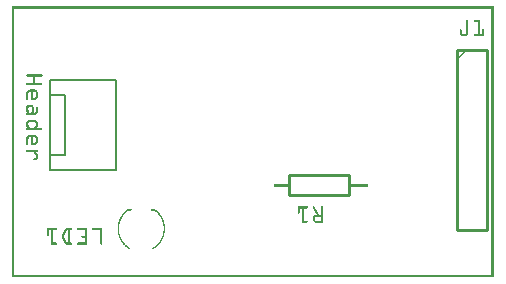
<source format=gto>
G04 MADE WITH FRITZING*
G04 WWW.FRITZING.ORG*
G04 DOUBLE SIDED*
G04 HOLES PLATED*
G04 CONTOUR ON CENTER OF CONTOUR VECTOR*
%ASAXBY*%
%FSLAX23Y23*%
%MOIN*%
%OFA0B0*%
%SFA1.0B1.0*%
%ADD10C,0.005000*%
%ADD11C,0.010000*%
%ADD12R,0.001000X0.001000*%
%LNSILK1*%
G90*
G70*
G54D10*
X346Y657D02*
X126Y657D01*
D02*
X346Y357D02*
X126Y357D01*
D02*
X346Y357D02*
X346Y657D01*
D02*
X126Y357D02*
X126Y407D01*
D02*
X126Y407D02*
X126Y607D01*
D02*
X126Y607D02*
X126Y657D01*
D02*
X126Y607D02*
X176Y607D01*
D02*
X176Y607D02*
X176Y407D01*
D02*
X176Y407D02*
X126Y407D01*
G54D11*
D02*
X1121Y274D02*
X921Y274D01*
D02*
X921Y274D02*
X921Y340D01*
D02*
X921Y340D02*
X1121Y340D01*
D02*
X1121Y340D02*
X1121Y274D01*
D02*
X1481Y757D02*
X1481Y157D01*
D02*
X1481Y157D02*
X1581Y157D01*
D02*
X1581Y157D02*
X1581Y757D01*
D02*
X1581Y757D02*
X1481Y757D01*
G54D12*
X0Y903D02*
X1605Y903D01*
X0Y902D02*
X1605Y902D01*
X0Y901D02*
X1605Y901D01*
X0Y900D02*
X1605Y900D01*
X0Y899D02*
X1605Y899D01*
X0Y898D02*
X1605Y898D01*
X0Y897D02*
X1605Y897D01*
X0Y896D02*
X1605Y896D01*
X0Y895D02*
X7Y895D01*
X1598Y895D02*
X1605Y895D01*
X0Y894D02*
X7Y894D01*
X1598Y894D02*
X1605Y894D01*
X0Y893D02*
X7Y893D01*
X1598Y893D02*
X1605Y893D01*
X0Y892D02*
X7Y892D01*
X1598Y892D02*
X1605Y892D01*
X0Y891D02*
X7Y891D01*
X1598Y891D02*
X1605Y891D01*
X0Y890D02*
X7Y890D01*
X1598Y890D02*
X1605Y890D01*
X0Y889D02*
X7Y889D01*
X1598Y889D02*
X1605Y889D01*
X0Y888D02*
X7Y888D01*
X1598Y888D02*
X1605Y888D01*
X0Y887D02*
X7Y887D01*
X1598Y887D02*
X1605Y887D01*
X0Y886D02*
X7Y886D01*
X1598Y886D02*
X1605Y886D01*
X0Y885D02*
X7Y885D01*
X1598Y885D02*
X1605Y885D01*
X0Y884D02*
X7Y884D01*
X1598Y884D02*
X1605Y884D01*
X0Y883D02*
X7Y883D01*
X1598Y883D02*
X1605Y883D01*
X0Y882D02*
X7Y882D01*
X1598Y882D02*
X1605Y882D01*
X0Y881D02*
X7Y881D01*
X1598Y881D02*
X1605Y881D01*
X0Y880D02*
X7Y880D01*
X1598Y880D02*
X1605Y880D01*
X0Y879D02*
X7Y879D01*
X1598Y879D02*
X1605Y879D01*
X0Y878D02*
X7Y878D01*
X1598Y878D02*
X1605Y878D01*
X0Y877D02*
X7Y877D01*
X1598Y877D02*
X1605Y877D01*
X0Y876D02*
X7Y876D01*
X1598Y876D02*
X1605Y876D01*
X0Y875D02*
X7Y875D01*
X1598Y875D02*
X1605Y875D01*
X0Y874D02*
X7Y874D01*
X1598Y874D02*
X1605Y874D01*
X0Y873D02*
X7Y873D01*
X1598Y873D02*
X1605Y873D01*
X0Y872D02*
X7Y872D01*
X1598Y872D02*
X1605Y872D01*
X0Y871D02*
X7Y871D01*
X1598Y871D02*
X1605Y871D01*
X0Y870D02*
X7Y870D01*
X1598Y870D02*
X1605Y870D01*
X0Y869D02*
X7Y869D01*
X1598Y869D02*
X1605Y869D01*
X0Y868D02*
X7Y868D01*
X1598Y868D02*
X1605Y868D01*
X0Y867D02*
X7Y867D01*
X1598Y867D02*
X1605Y867D01*
X0Y866D02*
X7Y866D01*
X1598Y866D02*
X1605Y866D01*
X0Y865D02*
X7Y865D01*
X1598Y865D02*
X1605Y865D01*
X0Y864D02*
X7Y864D01*
X1598Y864D02*
X1605Y864D01*
X0Y863D02*
X7Y863D01*
X1598Y863D02*
X1605Y863D01*
X0Y862D02*
X7Y862D01*
X1598Y862D02*
X1605Y862D01*
X0Y861D02*
X7Y861D01*
X1598Y861D02*
X1605Y861D01*
X0Y860D02*
X7Y860D01*
X1598Y860D02*
X1605Y860D01*
X0Y859D02*
X7Y859D01*
X1598Y859D02*
X1605Y859D01*
X0Y858D02*
X7Y858D01*
X1598Y858D02*
X1605Y858D01*
X0Y857D02*
X7Y857D01*
X1514Y857D02*
X1517Y857D01*
X1540Y857D02*
X1558Y857D01*
X1598Y857D02*
X1605Y857D01*
X0Y856D02*
X7Y856D01*
X1513Y856D02*
X1518Y856D01*
X1539Y856D02*
X1558Y856D01*
X1598Y856D02*
X1605Y856D01*
X0Y855D02*
X7Y855D01*
X1513Y855D02*
X1518Y855D01*
X1539Y855D02*
X1558Y855D01*
X1598Y855D02*
X1605Y855D01*
X0Y854D02*
X7Y854D01*
X1512Y854D02*
X1518Y854D01*
X1539Y854D02*
X1558Y854D01*
X1598Y854D02*
X1605Y854D01*
X0Y853D02*
X7Y853D01*
X1512Y853D02*
X1518Y853D01*
X1539Y853D02*
X1558Y853D01*
X1598Y853D02*
X1605Y853D01*
X0Y852D02*
X7Y852D01*
X1512Y852D02*
X1518Y852D01*
X1539Y852D02*
X1558Y852D01*
X1598Y852D02*
X1605Y852D01*
X0Y851D02*
X7Y851D01*
X1512Y851D02*
X1518Y851D01*
X1540Y851D02*
X1558Y851D01*
X1598Y851D02*
X1605Y851D01*
X0Y850D02*
X7Y850D01*
X1512Y850D02*
X1518Y850D01*
X1552Y850D02*
X1558Y850D01*
X1598Y850D02*
X1605Y850D01*
X0Y849D02*
X7Y849D01*
X1512Y849D02*
X1518Y849D01*
X1552Y849D02*
X1558Y849D01*
X1598Y849D02*
X1605Y849D01*
X0Y848D02*
X7Y848D01*
X1512Y848D02*
X1518Y848D01*
X1552Y848D02*
X1558Y848D01*
X1598Y848D02*
X1605Y848D01*
X0Y847D02*
X7Y847D01*
X1512Y847D02*
X1518Y847D01*
X1552Y847D02*
X1558Y847D01*
X1598Y847D02*
X1605Y847D01*
X0Y846D02*
X7Y846D01*
X1512Y846D02*
X1518Y846D01*
X1552Y846D02*
X1558Y846D01*
X1598Y846D02*
X1605Y846D01*
X0Y845D02*
X7Y845D01*
X1512Y845D02*
X1518Y845D01*
X1552Y845D02*
X1558Y845D01*
X1598Y845D02*
X1605Y845D01*
X0Y844D02*
X7Y844D01*
X1512Y844D02*
X1518Y844D01*
X1552Y844D02*
X1558Y844D01*
X1598Y844D02*
X1605Y844D01*
X0Y843D02*
X7Y843D01*
X1512Y843D02*
X1518Y843D01*
X1552Y843D02*
X1558Y843D01*
X1598Y843D02*
X1605Y843D01*
X0Y842D02*
X7Y842D01*
X1512Y842D02*
X1518Y842D01*
X1552Y842D02*
X1558Y842D01*
X1598Y842D02*
X1605Y842D01*
X0Y841D02*
X7Y841D01*
X1512Y841D02*
X1518Y841D01*
X1552Y841D02*
X1558Y841D01*
X1598Y841D02*
X1605Y841D01*
X0Y840D02*
X7Y840D01*
X1512Y840D02*
X1518Y840D01*
X1552Y840D02*
X1558Y840D01*
X1598Y840D02*
X1605Y840D01*
X0Y839D02*
X7Y839D01*
X1512Y839D02*
X1518Y839D01*
X1552Y839D02*
X1558Y839D01*
X1598Y839D02*
X1605Y839D01*
X0Y838D02*
X7Y838D01*
X1512Y838D02*
X1518Y838D01*
X1552Y838D02*
X1558Y838D01*
X1598Y838D02*
X1605Y838D01*
X0Y837D02*
X7Y837D01*
X1512Y837D02*
X1518Y837D01*
X1552Y837D02*
X1558Y837D01*
X1598Y837D02*
X1605Y837D01*
X0Y836D02*
X7Y836D01*
X1512Y836D02*
X1518Y836D01*
X1552Y836D02*
X1558Y836D01*
X1598Y836D02*
X1605Y836D01*
X0Y835D02*
X7Y835D01*
X1512Y835D02*
X1518Y835D01*
X1552Y835D02*
X1558Y835D01*
X1598Y835D02*
X1605Y835D01*
X0Y834D02*
X7Y834D01*
X1512Y834D02*
X1518Y834D01*
X1552Y834D02*
X1558Y834D01*
X1598Y834D02*
X1605Y834D01*
X0Y833D02*
X7Y833D01*
X1512Y833D02*
X1518Y833D01*
X1552Y833D02*
X1558Y833D01*
X1598Y833D02*
X1605Y833D01*
X0Y832D02*
X7Y832D01*
X1512Y832D02*
X1518Y832D01*
X1552Y832D02*
X1558Y832D01*
X1598Y832D02*
X1605Y832D01*
X0Y831D02*
X7Y831D01*
X1512Y831D02*
X1518Y831D01*
X1552Y831D02*
X1558Y831D01*
X1598Y831D02*
X1605Y831D01*
X0Y830D02*
X7Y830D01*
X1512Y830D02*
X1518Y830D01*
X1552Y830D02*
X1558Y830D01*
X1598Y830D02*
X1605Y830D01*
X0Y829D02*
X7Y829D01*
X1512Y829D02*
X1518Y829D01*
X1552Y829D02*
X1558Y829D01*
X1598Y829D02*
X1605Y829D01*
X0Y828D02*
X7Y828D01*
X1494Y828D02*
X1495Y828D01*
X1512Y828D02*
X1518Y828D01*
X1552Y828D02*
X1558Y828D01*
X1569Y828D02*
X1569Y828D01*
X1598Y828D02*
X1605Y828D01*
X0Y827D02*
X7Y827D01*
X1493Y827D02*
X1497Y827D01*
X1512Y827D02*
X1518Y827D01*
X1552Y827D02*
X1558Y827D01*
X1567Y827D02*
X1571Y827D01*
X1598Y827D02*
X1605Y827D01*
X0Y826D02*
X7Y826D01*
X1492Y826D02*
X1497Y826D01*
X1512Y826D02*
X1518Y826D01*
X1552Y826D02*
X1558Y826D01*
X1566Y826D02*
X1572Y826D01*
X1598Y826D02*
X1605Y826D01*
X0Y825D02*
X7Y825D01*
X1492Y825D02*
X1498Y825D01*
X1512Y825D02*
X1518Y825D01*
X1552Y825D02*
X1558Y825D01*
X1566Y825D02*
X1572Y825D01*
X1598Y825D02*
X1605Y825D01*
X0Y824D02*
X7Y824D01*
X1492Y824D02*
X1498Y824D01*
X1512Y824D02*
X1518Y824D01*
X1552Y824D02*
X1558Y824D01*
X1566Y824D02*
X1572Y824D01*
X1598Y824D02*
X1605Y824D01*
X0Y823D02*
X7Y823D01*
X1492Y823D02*
X1498Y823D01*
X1512Y823D02*
X1518Y823D01*
X1552Y823D02*
X1558Y823D01*
X1566Y823D02*
X1572Y823D01*
X1598Y823D02*
X1605Y823D01*
X0Y822D02*
X7Y822D01*
X1492Y822D02*
X1498Y822D01*
X1512Y822D02*
X1518Y822D01*
X1552Y822D02*
X1558Y822D01*
X1566Y822D02*
X1572Y822D01*
X1598Y822D02*
X1605Y822D01*
X0Y821D02*
X7Y821D01*
X1492Y821D02*
X1498Y821D01*
X1512Y821D02*
X1518Y821D01*
X1552Y821D02*
X1558Y821D01*
X1566Y821D02*
X1572Y821D01*
X1598Y821D02*
X1605Y821D01*
X0Y820D02*
X7Y820D01*
X1492Y820D02*
X1498Y820D01*
X1512Y820D02*
X1518Y820D01*
X1552Y820D02*
X1558Y820D01*
X1566Y820D02*
X1572Y820D01*
X1598Y820D02*
X1605Y820D01*
X0Y819D02*
X7Y819D01*
X1492Y819D02*
X1498Y819D01*
X1512Y819D02*
X1518Y819D01*
X1552Y819D02*
X1558Y819D01*
X1566Y819D02*
X1572Y819D01*
X1598Y819D02*
X1605Y819D01*
X0Y818D02*
X7Y818D01*
X1492Y818D02*
X1498Y818D01*
X1512Y818D02*
X1518Y818D01*
X1552Y818D02*
X1558Y818D01*
X1566Y818D02*
X1572Y818D01*
X1598Y818D02*
X1605Y818D01*
X0Y817D02*
X7Y817D01*
X1492Y817D02*
X1498Y817D01*
X1512Y817D02*
X1518Y817D01*
X1552Y817D02*
X1558Y817D01*
X1566Y817D02*
X1572Y817D01*
X1598Y817D02*
X1605Y817D01*
X0Y816D02*
X7Y816D01*
X1492Y816D02*
X1498Y816D01*
X1512Y816D02*
X1518Y816D01*
X1552Y816D02*
X1558Y816D01*
X1566Y816D02*
X1572Y816D01*
X1598Y816D02*
X1605Y816D01*
X0Y815D02*
X7Y815D01*
X1492Y815D02*
X1498Y815D01*
X1512Y815D02*
X1518Y815D01*
X1552Y815D02*
X1558Y815D01*
X1566Y815D02*
X1572Y815D01*
X1598Y815D02*
X1605Y815D01*
X0Y814D02*
X7Y814D01*
X1492Y814D02*
X1498Y814D01*
X1512Y814D02*
X1518Y814D01*
X1552Y814D02*
X1558Y814D01*
X1566Y814D02*
X1572Y814D01*
X1598Y814D02*
X1605Y814D01*
X0Y813D02*
X7Y813D01*
X1492Y813D02*
X1498Y813D01*
X1512Y813D02*
X1518Y813D01*
X1552Y813D02*
X1558Y813D01*
X1566Y813D02*
X1572Y813D01*
X1598Y813D02*
X1605Y813D01*
X0Y812D02*
X7Y812D01*
X1492Y812D02*
X1498Y812D01*
X1512Y812D02*
X1518Y812D01*
X1552Y812D02*
X1558Y812D01*
X1566Y812D02*
X1572Y812D01*
X1598Y812D02*
X1605Y812D01*
X0Y811D02*
X7Y811D01*
X1492Y811D02*
X1499Y811D01*
X1511Y811D02*
X1518Y811D01*
X1552Y811D02*
X1558Y811D01*
X1566Y811D02*
X1572Y811D01*
X1598Y811D02*
X1605Y811D01*
X0Y810D02*
X7Y810D01*
X1492Y810D02*
X1518Y810D01*
X1540Y810D02*
X1572Y810D01*
X1598Y810D02*
X1605Y810D01*
X0Y809D02*
X7Y809D01*
X1493Y809D02*
X1517Y809D01*
X1539Y809D02*
X1572Y809D01*
X1598Y809D02*
X1605Y809D01*
X0Y808D02*
X7Y808D01*
X1494Y808D02*
X1516Y808D01*
X1539Y808D02*
X1572Y808D01*
X1598Y808D02*
X1605Y808D01*
X0Y807D02*
X7Y807D01*
X1494Y807D02*
X1516Y807D01*
X1539Y807D02*
X1572Y807D01*
X1598Y807D02*
X1605Y807D01*
X0Y806D02*
X7Y806D01*
X1495Y806D02*
X1515Y806D01*
X1539Y806D02*
X1572Y806D01*
X1598Y806D02*
X1605Y806D01*
X0Y805D02*
X7Y805D01*
X1497Y805D02*
X1513Y805D01*
X1539Y805D02*
X1571Y805D01*
X1598Y805D02*
X1605Y805D01*
X0Y804D02*
X7Y804D01*
X1499Y804D02*
X1511Y804D01*
X1540Y804D02*
X1570Y804D01*
X1598Y804D02*
X1605Y804D01*
X0Y803D02*
X7Y803D01*
X1598Y803D02*
X1605Y803D01*
X0Y802D02*
X7Y802D01*
X1598Y802D02*
X1605Y802D01*
X0Y801D02*
X7Y801D01*
X1598Y801D02*
X1605Y801D01*
X0Y800D02*
X7Y800D01*
X1598Y800D02*
X1605Y800D01*
X0Y799D02*
X7Y799D01*
X1598Y799D02*
X1605Y799D01*
X0Y798D02*
X7Y798D01*
X1598Y798D02*
X1605Y798D01*
X0Y797D02*
X7Y797D01*
X1598Y797D02*
X1605Y797D01*
X0Y796D02*
X7Y796D01*
X1598Y796D02*
X1605Y796D01*
X0Y795D02*
X7Y795D01*
X1598Y795D02*
X1605Y795D01*
X0Y794D02*
X7Y794D01*
X1598Y794D02*
X1605Y794D01*
X0Y793D02*
X7Y793D01*
X1598Y793D02*
X1605Y793D01*
X0Y792D02*
X7Y792D01*
X1598Y792D02*
X1605Y792D01*
X0Y791D02*
X7Y791D01*
X1598Y791D02*
X1605Y791D01*
X0Y790D02*
X7Y790D01*
X1598Y790D02*
X1605Y790D01*
X0Y789D02*
X7Y789D01*
X1598Y789D02*
X1605Y789D01*
X0Y788D02*
X7Y788D01*
X1598Y788D02*
X1605Y788D01*
X0Y787D02*
X7Y787D01*
X1598Y787D02*
X1605Y787D01*
X0Y786D02*
X7Y786D01*
X1598Y786D02*
X1605Y786D01*
X0Y785D02*
X7Y785D01*
X1598Y785D02*
X1605Y785D01*
X0Y784D02*
X7Y784D01*
X1598Y784D02*
X1605Y784D01*
X0Y783D02*
X7Y783D01*
X1598Y783D02*
X1605Y783D01*
X0Y782D02*
X7Y782D01*
X1598Y782D02*
X1605Y782D01*
X0Y781D02*
X7Y781D01*
X1598Y781D02*
X1605Y781D01*
X0Y780D02*
X7Y780D01*
X1598Y780D02*
X1605Y780D01*
X0Y779D02*
X7Y779D01*
X1598Y779D02*
X1605Y779D01*
X0Y778D02*
X7Y778D01*
X1598Y778D02*
X1605Y778D01*
X0Y777D02*
X7Y777D01*
X1598Y777D02*
X1605Y777D01*
X0Y776D02*
X7Y776D01*
X1598Y776D02*
X1605Y776D01*
X0Y775D02*
X7Y775D01*
X1598Y775D02*
X1605Y775D01*
X0Y774D02*
X7Y774D01*
X1598Y774D02*
X1605Y774D01*
X0Y773D02*
X7Y773D01*
X1598Y773D02*
X1605Y773D01*
X0Y772D02*
X7Y772D01*
X1598Y772D02*
X1605Y772D01*
X0Y771D02*
X7Y771D01*
X1598Y771D02*
X1605Y771D01*
X0Y770D02*
X7Y770D01*
X1598Y770D02*
X1605Y770D01*
X0Y769D02*
X7Y769D01*
X1598Y769D02*
X1605Y769D01*
X0Y768D02*
X7Y768D01*
X1598Y768D02*
X1605Y768D01*
X0Y767D02*
X7Y767D01*
X1598Y767D02*
X1605Y767D01*
X0Y766D02*
X7Y766D01*
X1598Y766D02*
X1605Y766D01*
X0Y765D02*
X7Y765D01*
X1598Y765D02*
X1605Y765D01*
X0Y764D02*
X7Y764D01*
X1598Y764D02*
X1605Y764D01*
X0Y763D02*
X7Y763D01*
X1598Y763D02*
X1605Y763D01*
X0Y762D02*
X7Y762D01*
X1598Y762D02*
X1605Y762D01*
X0Y761D02*
X7Y761D01*
X1598Y761D02*
X1605Y761D01*
X0Y760D02*
X7Y760D01*
X1598Y760D02*
X1605Y760D01*
X0Y759D02*
X7Y759D01*
X1513Y759D02*
X1513Y759D01*
X1598Y759D02*
X1605Y759D01*
X0Y758D02*
X7Y758D01*
X1512Y758D02*
X1514Y758D01*
X1598Y758D02*
X1605Y758D01*
X0Y757D02*
X7Y757D01*
X1511Y757D02*
X1515Y757D01*
X1598Y757D02*
X1605Y757D01*
X0Y756D02*
X7Y756D01*
X1510Y756D02*
X1516Y756D01*
X1598Y756D02*
X1605Y756D01*
X0Y755D02*
X7Y755D01*
X1509Y755D02*
X1515Y755D01*
X1598Y755D02*
X1605Y755D01*
X0Y754D02*
X7Y754D01*
X1508Y754D02*
X1514Y754D01*
X1598Y754D02*
X1605Y754D01*
X0Y753D02*
X7Y753D01*
X1507Y753D02*
X1513Y753D01*
X1598Y753D02*
X1605Y753D01*
X0Y752D02*
X7Y752D01*
X1506Y752D02*
X1512Y752D01*
X1598Y752D02*
X1605Y752D01*
X0Y751D02*
X7Y751D01*
X1505Y751D02*
X1511Y751D01*
X1598Y751D02*
X1605Y751D01*
X0Y750D02*
X7Y750D01*
X1504Y750D02*
X1510Y750D01*
X1598Y750D02*
X1605Y750D01*
X0Y749D02*
X7Y749D01*
X1503Y749D02*
X1509Y749D01*
X1598Y749D02*
X1605Y749D01*
X0Y748D02*
X7Y748D01*
X1502Y748D02*
X1508Y748D01*
X1598Y748D02*
X1605Y748D01*
X0Y747D02*
X7Y747D01*
X1501Y747D02*
X1507Y747D01*
X1598Y747D02*
X1605Y747D01*
X0Y746D02*
X7Y746D01*
X1500Y746D02*
X1506Y746D01*
X1598Y746D02*
X1605Y746D01*
X0Y745D02*
X7Y745D01*
X1499Y745D02*
X1505Y745D01*
X1598Y745D02*
X1605Y745D01*
X0Y744D02*
X7Y744D01*
X1498Y744D02*
X1504Y744D01*
X1598Y744D02*
X1605Y744D01*
X0Y743D02*
X7Y743D01*
X1497Y743D02*
X1502Y743D01*
X1598Y743D02*
X1605Y743D01*
X0Y742D02*
X7Y742D01*
X1496Y742D02*
X1501Y742D01*
X1598Y742D02*
X1605Y742D01*
X0Y741D02*
X7Y741D01*
X1495Y741D02*
X1500Y741D01*
X1598Y741D02*
X1605Y741D01*
X0Y740D02*
X7Y740D01*
X1494Y740D02*
X1499Y740D01*
X1598Y740D02*
X1605Y740D01*
X0Y739D02*
X7Y739D01*
X1493Y739D02*
X1498Y739D01*
X1598Y739D02*
X1605Y739D01*
X0Y738D02*
X7Y738D01*
X1492Y738D02*
X1497Y738D01*
X1598Y738D02*
X1605Y738D01*
X0Y737D02*
X7Y737D01*
X1491Y737D02*
X1496Y737D01*
X1598Y737D02*
X1605Y737D01*
X0Y736D02*
X7Y736D01*
X1490Y736D02*
X1495Y736D01*
X1598Y736D02*
X1605Y736D01*
X0Y735D02*
X7Y735D01*
X1489Y735D02*
X1494Y735D01*
X1598Y735D02*
X1605Y735D01*
X0Y734D02*
X7Y734D01*
X1488Y734D02*
X1494Y734D01*
X1598Y734D02*
X1605Y734D01*
X0Y733D02*
X7Y733D01*
X1487Y733D02*
X1493Y733D01*
X1598Y733D02*
X1605Y733D01*
X0Y732D02*
X7Y732D01*
X1486Y732D02*
X1492Y732D01*
X1598Y732D02*
X1605Y732D01*
X0Y731D02*
X7Y731D01*
X1485Y731D02*
X1491Y731D01*
X1598Y731D02*
X1605Y731D01*
X0Y730D02*
X7Y730D01*
X1484Y730D02*
X1490Y730D01*
X1598Y730D02*
X1605Y730D01*
X0Y729D02*
X7Y729D01*
X1483Y729D02*
X1489Y729D01*
X1598Y729D02*
X1605Y729D01*
X0Y728D02*
X7Y728D01*
X1482Y728D02*
X1488Y728D01*
X1598Y728D02*
X1605Y728D01*
X0Y727D02*
X7Y727D01*
X1481Y727D02*
X1487Y727D01*
X1598Y727D02*
X1605Y727D01*
X0Y726D02*
X7Y726D01*
X1480Y726D02*
X1486Y726D01*
X1598Y726D02*
X1605Y726D01*
X0Y725D02*
X7Y725D01*
X1479Y725D02*
X1485Y725D01*
X1598Y725D02*
X1605Y725D01*
X0Y724D02*
X7Y724D01*
X1479Y724D02*
X1484Y724D01*
X1598Y724D02*
X1605Y724D01*
X0Y723D02*
X7Y723D01*
X1480Y723D02*
X1483Y723D01*
X1598Y723D02*
X1605Y723D01*
X0Y722D02*
X7Y722D01*
X1481Y722D02*
X1482Y722D01*
X1598Y722D02*
X1605Y722D01*
X0Y721D02*
X7Y721D01*
X1598Y721D02*
X1605Y721D01*
X0Y720D02*
X7Y720D01*
X1598Y720D02*
X1605Y720D01*
X0Y719D02*
X7Y719D01*
X1598Y719D02*
X1605Y719D01*
X0Y718D02*
X7Y718D01*
X1598Y718D02*
X1605Y718D01*
X0Y717D02*
X7Y717D01*
X1598Y717D02*
X1605Y717D01*
X0Y716D02*
X7Y716D01*
X1598Y716D02*
X1605Y716D01*
X0Y715D02*
X7Y715D01*
X1598Y715D02*
X1605Y715D01*
X0Y714D02*
X7Y714D01*
X1598Y714D02*
X1605Y714D01*
X0Y713D02*
X7Y713D01*
X1598Y713D02*
X1605Y713D01*
X0Y712D02*
X7Y712D01*
X1598Y712D02*
X1605Y712D01*
X0Y711D02*
X7Y711D01*
X1598Y711D02*
X1605Y711D01*
X0Y710D02*
X7Y710D01*
X1598Y710D02*
X1605Y710D01*
X0Y709D02*
X7Y709D01*
X1598Y709D02*
X1605Y709D01*
X0Y708D02*
X7Y708D01*
X1598Y708D02*
X1605Y708D01*
X0Y707D02*
X7Y707D01*
X1598Y707D02*
X1605Y707D01*
X0Y706D02*
X7Y706D01*
X1598Y706D02*
X1605Y706D01*
X0Y705D02*
X7Y705D01*
X1598Y705D02*
X1605Y705D01*
X0Y704D02*
X7Y704D01*
X1598Y704D02*
X1605Y704D01*
X0Y703D02*
X7Y703D01*
X1598Y703D02*
X1605Y703D01*
X0Y702D02*
X7Y702D01*
X1598Y702D02*
X1605Y702D01*
X0Y701D02*
X7Y701D01*
X1598Y701D02*
X1605Y701D01*
X0Y700D02*
X7Y700D01*
X1598Y700D02*
X1605Y700D01*
X0Y699D02*
X7Y699D01*
X1598Y699D02*
X1605Y699D01*
X0Y698D02*
X7Y698D01*
X1598Y698D02*
X1605Y698D01*
X0Y697D02*
X7Y697D01*
X1598Y697D02*
X1605Y697D01*
X0Y696D02*
X7Y696D01*
X1598Y696D02*
X1605Y696D01*
X0Y695D02*
X7Y695D01*
X1598Y695D02*
X1605Y695D01*
X0Y694D02*
X7Y694D01*
X1598Y694D02*
X1605Y694D01*
X0Y693D02*
X7Y693D01*
X1598Y693D02*
X1605Y693D01*
X0Y692D02*
X7Y692D01*
X1598Y692D02*
X1605Y692D01*
X0Y691D02*
X7Y691D01*
X1598Y691D02*
X1605Y691D01*
X0Y690D02*
X7Y690D01*
X1598Y690D02*
X1605Y690D01*
X0Y689D02*
X7Y689D01*
X1598Y689D02*
X1605Y689D01*
X0Y688D02*
X7Y688D01*
X1598Y688D02*
X1605Y688D01*
X0Y687D02*
X7Y687D01*
X1598Y687D02*
X1605Y687D01*
X0Y686D02*
X7Y686D01*
X1598Y686D02*
X1605Y686D01*
X0Y685D02*
X7Y685D01*
X1598Y685D02*
X1605Y685D01*
X0Y684D02*
X7Y684D01*
X1598Y684D02*
X1605Y684D01*
X0Y683D02*
X7Y683D01*
X1598Y683D02*
X1605Y683D01*
X0Y682D02*
X7Y682D01*
X1598Y682D02*
X1605Y682D01*
X0Y681D02*
X7Y681D01*
X1598Y681D02*
X1605Y681D01*
X0Y680D02*
X7Y680D01*
X1598Y680D02*
X1605Y680D01*
X0Y679D02*
X7Y679D01*
X1598Y679D02*
X1605Y679D01*
X0Y678D02*
X7Y678D01*
X1598Y678D02*
X1605Y678D01*
X0Y677D02*
X7Y677D01*
X1598Y677D02*
X1605Y677D01*
X0Y676D02*
X7Y676D01*
X50Y676D02*
X98Y676D01*
X1598Y676D02*
X1605Y676D01*
X0Y675D02*
X7Y675D01*
X48Y675D02*
X100Y675D01*
X1598Y675D02*
X1605Y675D01*
X0Y674D02*
X7Y674D01*
X48Y674D02*
X100Y674D01*
X1598Y674D02*
X1605Y674D01*
X0Y673D02*
X7Y673D01*
X47Y673D02*
X101Y673D01*
X1598Y673D02*
X1605Y673D01*
X0Y672D02*
X7Y672D01*
X48Y672D02*
X100Y672D01*
X1598Y672D02*
X1605Y672D01*
X0Y671D02*
X7Y671D01*
X48Y671D02*
X100Y671D01*
X1598Y671D02*
X1605Y671D01*
X0Y670D02*
X7Y670D01*
X49Y670D02*
X99Y670D01*
X1598Y670D02*
X1605Y670D01*
X0Y669D02*
X7Y669D01*
X71Y669D02*
X77Y669D01*
X1598Y669D02*
X1605Y669D01*
X0Y668D02*
X7Y668D01*
X71Y668D02*
X77Y668D01*
X1598Y668D02*
X1605Y668D01*
X0Y667D02*
X7Y667D01*
X71Y667D02*
X77Y667D01*
X1598Y667D02*
X1605Y667D01*
X0Y666D02*
X7Y666D01*
X71Y666D02*
X77Y666D01*
X1598Y666D02*
X1605Y666D01*
X0Y665D02*
X7Y665D01*
X71Y665D02*
X77Y665D01*
X1598Y665D02*
X1605Y665D01*
X0Y664D02*
X7Y664D01*
X71Y664D02*
X77Y664D01*
X1598Y664D02*
X1605Y664D01*
X0Y663D02*
X7Y663D01*
X71Y663D02*
X77Y663D01*
X1598Y663D02*
X1605Y663D01*
X0Y662D02*
X7Y662D01*
X71Y662D02*
X77Y662D01*
X1598Y662D02*
X1605Y662D01*
X0Y661D02*
X7Y661D01*
X71Y661D02*
X77Y661D01*
X1598Y661D02*
X1605Y661D01*
X0Y660D02*
X7Y660D01*
X71Y660D02*
X77Y660D01*
X1598Y660D02*
X1605Y660D01*
X0Y659D02*
X7Y659D01*
X71Y659D02*
X77Y659D01*
X1598Y659D02*
X1605Y659D01*
X0Y658D02*
X7Y658D01*
X71Y658D02*
X77Y658D01*
X1598Y658D02*
X1605Y658D01*
X0Y657D02*
X7Y657D01*
X71Y657D02*
X77Y657D01*
X1598Y657D02*
X1605Y657D01*
X0Y656D02*
X7Y656D01*
X71Y656D02*
X77Y656D01*
X1598Y656D02*
X1605Y656D01*
X0Y655D02*
X7Y655D01*
X71Y655D02*
X77Y655D01*
X1598Y655D02*
X1605Y655D01*
X0Y654D02*
X7Y654D01*
X71Y654D02*
X77Y654D01*
X1598Y654D02*
X1605Y654D01*
X0Y653D02*
X7Y653D01*
X71Y653D02*
X77Y653D01*
X1598Y653D02*
X1605Y653D01*
X0Y652D02*
X7Y652D01*
X71Y652D02*
X77Y652D01*
X1598Y652D02*
X1605Y652D01*
X0Y651D02*
X7Y651D01*
X71Y651D02*
X77Y651D01*
X1598Y651D02*
X1605Y651D01*
X0Y650D02*
X7Y650D01*
X71Y650D02*
X77Y650D01*
X1598Y650D02*
X1605Y650D01*
X0Y649D02*
X7Y649D01*
X71Y649D02*
X77Y649D01*
X1598Y649D02*
X1605Y649D01*
X0Y648D02*
X7Y648D01*
X49Y648D02*
X99Y648D01*
X1598Y648D02*
X1605Y648D01*
X0Y647D02*
X7Y647D01*
X48Y647D02*
X100Y647D01*
X1598Y647D02*
X1605Y647D01*
X0Y646D02*
X7Y646D01*
X48Y646D02*
X100Y646D01*
X1598Y646D02*
X1605Y646D01*
X0Y645D02*
X7Y645D01*
X47Y645D02*
X101Y645D01*
X1598Y645D02*
X1605Y645D01*
X0Y644D02*
X7Y644D01*
X48Y644D02*
X100Y644D01*
X1598Y644D02*
X1605Y644D01*
X0Y643D02*
X7Y643D01*
X48Y643D02*
X100Y643D01*
X1598Y643D02*
X1605Y643D01*
X0Y642D02*
X7Y642D01*
X50Y642D02*
X98Y642D01*
X1598Y642D02*
X1605Y642D01*
X0Y641D02*
X7Y641D01*
X1598Y641D02*
X1605Y641D01*
X0Y640D02*
X7Y640D01*
X1598Y640D02*
X1605Y640D01*
X0Y639D02*
X7Y639D01*
X1598Y639D02*
X1605Y639D01*
X0Y638D02*
X7Y638D01*
X1598Y638D02*
X1605Y638D01*
X0Y637D02*
X7Y637D01*
X1598Y637D02*
X1605Y637D01*
X0Y636D02*
X7Y636D01*
X1598Y636D02*
X1605Y636D01*
X0Y635D02*
X7Y635D01*
X1598Y635D02*
X1605Y635D01*
X0Y634D02*
X7Y634D01*
X1598Y634D02*
X1605Y634D01*
X0Y633D02*
X7Y633D01*
X1598Y633D02*
X1605Y633D01*
X0Y632D02*
X7Y632D01*
X1598Y632D02*
X1605Y632D01*
X0Y631D02*
X7Y631D01*
X1598Y631D02*
X1605Y631D01*
X0Y630D02*
X7Y630D01*
X1598Y630D02*
X1605Y630D01*
X0Y629D02*
X7Y629D01*
X1598Y629D02*
X1605Y629D01*
X0Y628D02*
X7Y628D01*
X1598Y628D02*
X1605Y628D01*
X0Y627D02*
X7Y627D01*
X1598Y627D02*
X1605Y627D01*
X0Y626D02*
X7Y626D01*
X59Y626D02*
X74Y626D01*
X1598Y626D02*
X1605Y626D01*
X0Y625D02*
X7Y625D01*
X55Y625D02*
X78Y625D01*
X1598Y625D02*
X1605Y625D01*
X0Y624D02*
X7Y624D01*
X54Y624D02*
X79Y624D01*
X1598Y624D02*
X1605Y624D01*
X0Y623D02*
X7Y623D01*
X53Y623D02*
X81Y623D01*
X1598Y623D02*
X1605Y623D01*
X0Y622D02*
X7Y622D01*
X52Y622D02*
X82Y622D01*
X1598Y622D02*
X1605Y622D01*
X0Y621D02*
X7Y621D01*
X51Y621D02*
X82Y621D01*
X1598Y621D02*
X1605Y621D01*
X0Y620D02*
X7Y620D01*
X50Y620D02*
X83Y620D01*
X1598Y620D02*
X1605Y620D01*
X0Y619D02*
X7Y619D01*
X49Y619D02*
X59Y619D01*
X62Y619D02*
X69Y619D01*
X75Y619D02*
X84Y619D01*
X1598Y619D02*
X1605Y619D01*
X0Y618D02*
X7Y618D01*
X49Y618D02*
X56Y618D01*
X62Y618D02*
X68Y618D01*
X77Y618D02*
X85Y618D01*
X1598Y618D02*
X1605Y618D01*
X0Y617D02*
X7Y617D01*
X48Y617D02*
X56Y617D01*
X62Y617D02*
X68Y617D01*
X78Y617D02*
X85Y617D01*
X1598Y617D02*
X1605Y617D01*
X0Y616D02*
X7Y616D01*
X48Y616D02*
X55Y616D01*
X62Y616D02*
X68Y616D01*
X79Y616D02*
X85Y616D01*
X1598Y616D02*
X1605Y616D01*
X0Y615D02*
X7Y615D01*
X48Y615D02*
X54Y615D01*
X62Y615D02*
X68Y615D01*
X79Y615D02*
X86Y615D01*
X1598Y615D02*
X1605Y615D01*
X0Y614D02*
X7Y614D01*
X47Y614D02*
X54Y614D01*
X62Y614D02*
X68Y614D01*
X80Y614D02*
X86Y614D01*
X1598Y614D02*
X1605Y614D01*
X0Y613D02*
X7Y613D01*
X47Y613D02*
X53Y613D01*
X62Y613D02*
X68Y613D01*
X80Y613D02*
X86Y613D01*
X1598Y613D02*
X1605Y613D01*
X0Y612D02*
X7Y612D01*
X47Y612D02*
X53Y612D01*
X62Y612D02*
X68Y612D01*
X80Y612D02*
X86Y612D01*
X1598Y612D02*
X1605Y612D01*
X0Y611D02*
X7Y611D01*
X47Y611D02*
X53Y611D01*
X62Y611D02*
X68Y611D01*
X80Y611D02*
X86Y611D01*
X1598Y611D02*
X1605Y611D01*
X0Y610D02*
X7Y610D01*
X47Y610D02*
X53Y610D01*
X62Y610D02*
X68Y610D01*
X80Y610D02*
X86Y610D01*
X1598Y610D02*
X1605Y610D01*
X0Y609D02*
X7Y609D01*
X47Y609D02*
X53Y609D01*
X62Y609D02*
X68Y609D01*
X80Y609D02*
X86Y609D01*
X1598Y609D02*
X1605Y609D01*
X0Y608D02*
X7Y608D01*
X47Y608D02*
X53Y608D01*
X62Y608D02*
X68Y608D01*
X80Y608D02*
X86Y608D01*
X1598Y608D02*
X1605Y608D01*
X0Y607D02*
X7Y607D01*
X47Y607D02*
X53Y607D01*
X62Y607D02*
X68Y607D01*
X80Y607D02*
X86Y607D01*
X1598Y607D02*
X1605Y607D01*
X0Y606D02*
X7Y606D01*
X47Y606D02*
X53Y606D01*
X62Y606D02*
X68Y606D01*
X80Y606D02*
X86Y606D01*
X1598Y606D02*
X1605Y606D01*
X0Y605D02*
X7Y605D01*
X47Y605D02*
X53Y605D01*
X62Y605D02*
X68Y605D01*
X80Y605D02*
X86Y605D01*
X1598Y605D02*
X1605Y605D01*
X0Y604D02*
X7Y604D01*
X47Y604D02*
X53Y604D01*
X62Y604D02*
X68Y604D01*
X80Y604D02*
X86Y604D01*
X1598Y604D02*
X1605Y604D01*
X0Y603D02*
X7Y603D01*
X47Y603D02*
X53Y603D01*
X62Y603D02*
X68Y603D01*
X79Y603D02*
X86Y603D01*
X1598Y603D02*
X1605Y603D01*
X0Y602D02*
X7Y602D01*
X47Y602D02*
X53Y602D01*
X62Y602D02*
X68Y602D01*
X79Y602D02*
X86Y602D01*
X1598Y602D02*
X1605Y602D01*
X0Y601D02*
X7Y601D01*
X47Y601D02*
X53Y601D01*
X62Y601D02*
X68Y601D01*
X78Y601D02*
X85Y601D01*
X1598Y601D02*
X1605Y601D01*
X0Y600D02*
X7Y600D01*
X47Y600D02*
X53Y600D01*
X62Y600D02*
X68Y600D01*
X77Y600D02*
X85Y600D01*
X1598Y600D02*
X1605Y600D01*
X0Y599D02*
X7Y599D01*
X47Y599D02*
X53Y599D01*
X62Y599D02*
X68Y599D01*
X76Y599D02*
X84Y599D01*
X1598Y599D02*
X1605Y599D01*
X0Y598D02*
X7Y598D01*
X47Y598D02*
X53Y598D01*
X62Y598D02*
X84Y598D01*
X1598Y598D02*
X1605Y598D01*
X0Y597D02*
X7Y597D01*
X47Y597D02*
X53Y597D01*
X62Y597D02*
X83Y597D01*
X1598Y597D02*
X1605Y597D01*
X0Y596D02*
X7Y596D01*
X47Y596D02*
X53Y596D01*
X62Y596D02*
X82Y596D01*
X1598Y596D02*
X1605Y596D01*
X0Y595D02*
X7Y595D01*
X47Y595D02*
X53Y595D01*
X62Y595D02*
X81Y595D01*
X1598Y595D02*
X1605Y595D01*
X0Y594D02*
X7Y594D01*
X48Y594D02*
X53Y594D01*
X62Y594D02*
X80Y594D01*
X1598Y594D02*
X1605Y594D01*
X0Y593D02*
X7Y593D01*
X48Y593D02*
X53Y593D01*
X63Y593D02*
X79Y593D01*
X1598Y593D02*
X1605Y593D01*
X0Y592D02*
X7Y592D01*
X49Y592D02*
X52Y592D01*
X64Y592D02*
X76Y592D01*
X1598Y592D02*
X1605Y592D01*
X0Y591D02*
X7Y591D01*
X1598Y591D02*
X1605Y591D01*
X0Y590D02*
X7Y590D01*
X1598Y590D02*
X1605Y590D01*
X0Y589D02*
X7Y589D01*
X1598Y589D02*
X1605Y589D01*
X0Y588D02*
X7Y588D01*
X1598Y588D02*
X1605Y588D01*
X0Y587D02*
X7Y587D01*
X1598Y587D02*
X1605Y587D01*
X0Y586D02*
X7Y586D01*
X1598Y586D02*
X1605Y586D01*
X0Y585D02*
X7Y585D01*
X1598Y585D02*
X1605Y585D01*
X0Y584D02*
X7Y584D01*
X1598Y584D02*
X1605Y584D01*
X0Y583D02*
X7Y583D01*
X1598Y583D02*
X1605Y583D01*
X0Y582D02*
X7Y582D01*
X1598Y582D02*
X1605Y582D01*
X0Y581D02*
X7Y581D01*
X1598Y581D02*
X1605Y581D01*
X0Y580D02*
X7Y580D01*
X1598Y580D02*
X1605Y580D01*
X0Y579D02*
X7Y579D01*
X1598Y579D02*
X1605Y579D01*
X0Y578D02*
X7Y578D01*
X1598Y578D02*
X1605Y578D01*
X0Y577D02*
X7Y577D01*
X1598Y577D02*
X1605Y577D01*
X0Y576D02*
X7Y576D01*
X1598Y576D02*
X1605Y576D01*
X0Y575D02*
X7Y575D01*
X54Y575D02*
X65Y575D01*
X1598Y575D02*
X1605Y575D01*
X0Y574D02*
X7Y574D01*
X52Y574D02*
X67Y574D01*
X1598Y574D02*
X1605Y574D01*
X0Y573D02*
X7Y573D01*
X51Y573D02*
X68Y573D01*
X1598Y573D02*
X1605Y573D01*
X0Y572D02*
X7Y572D01*
X50Y572D02*
X69Y572D01*
X1598Y572D02*
X1605Y572D01*
X0Y571D02*
X7Y571D01*
X49Y571D02*
X70Y571D01*
X1598Y571D02*
X1605Y571D01*
X0Y570D02*
X7Y570D01*
X48Y570D02*
X70Y570D01*
X1598Y570D02*
X1605Y570D01*
X0Y569D02*
X7Y569D01*
X48Y569D02*
X71Y569D01*
X1598Y569D02*
X1605Y569D01*
X0Y568D02*
X7Y568D01*
X48Y568D02*
X55Y568D01*
X64Y568D02*
X71Y568D01*
X81Y568D02*
X85Y568D01*
X1598Y568D02*
X1605Y568D01*
X0Y567D02*
X7Y567D01*
X48Y567D02*
X54Y567D01*
X65Y567D02*
X71Y567D01*
X80Y567D02*
X85Y567D01*
X1598Y567D02*
X1605Y567D01*
X0Y566D02*
X7Y566D01*
X47Y566D02*
X54Y566D01*
X65Y566D02*
X71Y566D01*
X80Y566D02*
X86Y566D01*
X1598Y566D02*
X1605Y566D01*
X0Y565D02*
X7Y565D01*
X47Y565D02*
X53Y565D01*
X65Y565D02*
X71Y565D01*
X80Y565D02*
X86Y565D01*
X1598Y565D02*
X1605Y565D01*
X0Y564D02*
X7Y564D01*
X47Y564D02*
X53Y564D01*
X65Y564D02*
X71Y564D01*
X80Y564D02*
X86Y564D01*
X1598Y564D02*
X1605Y564D01*
X0Y563D02*
X7Y563D01*
X47Y563D02*
X53Y563D01*
X65Y563D02*
X71Y563D01*
X80Y563D02*
X86Y563D01*
X1598Y563D02*
X1605Y563D01*
X0Y562D02*
X7Y562D01*
X47Y562D02*
X53Y562D01*
X65Y562D02*
X71Y562D01*
X80Y562D02*
X86Y562D01*
X1598Y562D02*
X1605Y562D01*
X0Y561D02*
X7Y561D01*
X47Y561D02*
X53Y561D01*
X65Y561D02*
X71Y561D01*
X80Y561D02*
X86Y561D01*
X1598Y561D02*
X1605Y561D01*
X0Y560D02*
X7Y560D01*
X47Y560D02*
X53Y560D01*
X65Y560D02*
X71Y560D01*
X80Y560D02*
X86Y560D01*
X1598Y560D02*
X1605Y560D01*
X0Y559D02*
X7Y559D01*
X47Y559D02*
X53Y559D01*
X65Y559D02*
X71Y559D01*
X80Y559D02*
X86Y559D01*
X1598Y559D02*
X1605Y559D01*
X0Y558D02*
X7Y558D01*
X47Y558D02*
X53Y558D01*
X65Y558D02*
X71Y558D01*
X80Y558D02*
X86Y558D01*
X1598Y558D02*
X1605Y558D01*
X0Y557D02*
X7Y557D01*
X47Y557D02*
X53Y557D01*
X65Y557D02*
X71Y557D01*
X80Y557D02*
X86Y557D01*
X1598Y557D02*
X1605Y557D01*
X0Y556D02*
X7Y556D01*
X47Y556D02*
X54Y556D01*
X65Y556D02*
X71Y556D01*
X80Y556D02*
X86Y556D01*
X1598Y556D02*
X1605Y556D01*
X0Y555D02*
X7Y555D01*
X47Y555D02*
X54Y555D01*
X65Y555D02*
X71Y555D01*
X80Y555D02*
X86Y555D01*
X1598Y555D02*
X1605Y555D01*
X0Y554D02*
X7Y554D01*
X48Y554D02*
X55Y554D01*
X65Y554D02*
X71Y554D01*
X80Y554D02*
X86Y554D01*
X1598Y554D02*
X1605Y554D01*
X0Y553D02*
X7Y553D01*
X48Y553D02*
X55Y553D01*
X65Y553D02*
X71Y553D01*
X80Y553D02*
X86Y553D01*
X1598Y553D02*
X1605Y553D01*
X0Y552D02*
X7Y552D01*
X49Y552D02*
X56Y552D01*
X65Y552D02*
X71Y552D01*
X80Y552D02*
X86Y552D01*
X1598Y552D02*
X1605Y552D01*
X0Y551D02*
X7Y551D01*
X49Y551D02*
X56Y551D01*
X65Y551D02*
X71Y551D01*
X79Y551D02*
X86Y551D01*
X1598Y551D02*
X1605Y551D01*
X0Y550D02*
X7Y550D01*
X50Y550D02*
X57Y550D01*
X64Y550D02*
X71Y550D01*
X78Y550D02*
X85Y550D01*
X1598Y550D02*
X1605Y550D01*
X0Y549D02*
X7Y549D01*
X50Y549D02*
X58Y549D01*
X63Y549D02*
X85Y549D01*
X1598Y549D02*
X1605Y549D01*
X0Y548D02*
X7Y548D01*
X50Y548D02*
X85Y548D01*
X1598Y548D02*
X1605Y548D01*
X0Y547D02*
X7Y547D01*
X48Y547D02*
X84Y547D01*
X1598Y547D02*
X1605Y547D01*
X0Y546D02*
X7Y546D01*
X48Y546D02*
X83Y546D01*
X1598Y546D02*
X1605Y546D01*
X0Y545D02*
X7Y545D01*
X47Y545D02*
X82Y545D01*
X1598Y545D02*
X1605Y545D01*
X0Y544D02*
X7Y544D01*
X48Y544D02*
X81Y544D01*
X1598Y544D02*
X1605Y544D01*
X0Y543D02*
X7Y543D01*
X48Y543D02*
X79Y543D01*
X1598Y543D02*
X1605Y543D01*
X0Y542D02*
X7Y542D01*
X49Y542D02*
X70Y542D01*
X1598Y542D02*
X1605Y542D01*
X0Y541D02*
X7Y541D01*
X1598Y541D02*
X1605Y541D01*
X0Y540D02*
X7Y540D01*
X1598Y540D02*
X1605Y540D01*
X0Y539D02*
X7Y539D01*
X1598Y539D02*
X1605Y539D01*
X0Y538D02*
X7Y538D01*
X1598Y538D02*
X1605Y538D01*
X0Y537D02*
X7Y537D01*
X1598Y537D02*
X1605Y537D01*
X0Y536D02*
X7Y536D01*
X1598Y536D02*
X1605Y536D01*
X0Y535D02*
X7Y535D01*
X1598Y535D02*
X1605Y535D01*
X0Y534D02*
X7Y534D01*
X1598Y534D02*
X1605Y534D01*
X0Y533D02*
X7Y533D01*
X1598Y533D02*
X1605Y533D01*
X0Y532D02*
X7Y532D01*
X1598Y532D02*
X1605Y532D01*
X0Y531D02*
X7Y531D01*
X1598Y531D02*
X1605Y531D01*
X0Y530D02*
X7Y530D01*
X1598Y530D02*
X1605Y530D01*
X0Y529D02*
X7Y529D01*
X1598Y529D02*
X1605Y529D01*
X0Y528D02*
X7Y528D01*
X1598Y528D02*
X1605Y528D01*
X0Y527D02*
X7Y527D01*
X1598Y527D02*
X1605Y527D01*
X0Y526D02*
X7Y526D01*
X1598Y526D02*
X1605Y526D01*
X0Y525D02*
X7Y525D01*
X56Y525D02*
X77Y525D01*
X1598Y525D02*
X1605Y525D01*
X0Y524D02*
X7Y524D01*
X54Y524D02*
X79Y524D01*
X1598Y524D02*
X1605Y524D01*
X0Y523D02*
X7Y523D01*
X53Y523D02*
X80Y523D01*
X1598Y523D02*
X1605Y523D01*
X0Y522D02*
X7Y522D01*
X52Y522D02*
X81Y522D01*
X1598Y522D02*
X1605Y522D01*
X0Y521D02*
X7Y521D01*
X51Y521D02*
X82Y521D01*
X1598Y521D02*
X1605Y521D01*
X0Y520D02*
X7Y520D01*
X50Y520D02*
X83Y520D01*
X1598Y520D02*
X1605Y520D01*
X0Y519D02*
X7Y519D01*
X49Y519D02*
X84Y519D01*
X1598Y519D02*
X1605Y519D01*
X0Y518D02*
X7Y518D01*
X49Y518D02*
X57Y518D01*
X76Y518D02*
X84Y518D01*
X1598Y518D02*
X1605Y518D01*
X0Y517D02*
X7Y517D01*
X48Y517D02*
X56Y517D01*
X77Y517D02*
X85Y517D01*
X1598Y517D02*
X1605Y517D01*
X0Y516D02*
X7Y516D01*
X48Y516D02*
X55Y516D01*
X78Y516D02*
X85Y516D01*
X1598Y516D02*
X1605Y516D01*
X0Y515D02*
X7Y515D01*
X48Y515D02*
X54Y515D01*
X79Y515D02*
X86Y515D01*
X1598Y515D02*
X1605Y515D01*
X0Y514D02*
X7Y514D01*
X47Y514D02*
X54Y514D01*
X80Y514D02*
X86Y514D01*
X1598Y514D02*
X1605Y514D01*
X0Y513D02*
X7Y513D01*
X47Y513D02*
X53Y513D01*
X80Y513D02*
X86Y513D01*
X1598Y513D02*
X1605Y513D01*
X0Y512D02*
X7Y512D01*
X47Y512D02*
X53Y512D01*
X80Y512D02*
X86Y512D01*
X1598Y512D02*
X1605Y512D01*
X0Y511D02*
X7Y511D01*
X47Y511D02*
X53Y511D01*
X80Y511D02*
X86Y511D01*
X1598Y511D02*
X1605Y511D01*
X0Y510D02*
X7Y510D01*
X47Y510D02*
X53Y510D01*
X80Y510D02*
X86Y510D01*
X1598Y510D02*
X1605Y510D01*
X0Y509D02*
X7Y509D01*
X47Y509D02*
X53Y509D01*
X80Y509D02*
X86Y509D01*
X1598Y509D02*
X1605Y509D01*
X0Y508D02*
X7Y508D01*
X47Y508D02*
X53Y508D01*
X80Y508D02*
X86Y508D01*
X1598Y508D02*
X1605Y508D01*
X0Y507D02*
X7Y507D01*
X47Y507D02*
X54Y507D01*
X80Y507D02*
X86Y507D01*
X1598Y507D02*
X1605Y507D01*
X0Y506D02*
X7Y506D01*
X48Y506D02*
X54Y506D01*
X79Y506D02*
X86Y506D01*
X1598Y506D02*
X1605Y506D01*
X0Y505D02*
X7Y505D01*
X48Y505D02*
X55Y505D01*
X79Y505D02*
X85Y505D01*
X1598Y505D02*
X1605Y505D01*
X0Y504D02*
X7Y504D01*
X48Y504D02*
X55Y504D01*
X78Y504D02*
X85Y504D01*
X1598Y504D02*
X1605Y504D01*
X0Y503D02*
X7Y503D01*
X48Y503D02*
X56Y503D01*
X77Y503D02*
X85Y503D01*
X1598Y503D02*
X1605Y503D01*
X0Y502D02*
X7Y502D01*
X49Y502D02*
X57Y502D01*
X76Y502D02*
X84Y502D01*
X1598Y502D02*
X1605Y502D01*
X0Y501D02*
X7Y501D01*
X50Y501D02*
X58Y501D01*
X75Y501D02*
X83Y501D01*
X1598Y501D02*
X1605Y501D01*
X0Y500D02*
X7Y500D01*
X50Y500D02*
X59Y500D01*
X74Y500D02*
X83Y500D01*
X1598Y500D02*
X1605Y500D01*
X0Y499D02*
X7Y499D01*
X51Y499D02*
X60Y499D01*
X73Y499D02*
X82Y499D01*
X1598Y499D02*
X1605Y499D01*
X0Y498D02*
X7Y498D01*
X50Y498D02*
X98Y498D01*
X1598Y498D02*
X1605Y498D01*
X0Y497D02*
X7Y497D01*
X48Y497D02*
X100Y497D01*
X1598Y497D02*
X1605Y497D01*
X0Y496D02*
X7Y496D01*
X48Y496D02*
X100Y496D01*
X1598Y496D02*
X1605Y496D01*
X0Y495D02*
X7Y495D01*
X47Y495D02*
X100Y495D01*
X1598Y495D02*
X1605Y495D01*
X0Y494D02*
X7Y494D01*
X48Y494D02*
X100Y494D01*
X1598Y494D02*
X1605Y494D01*
X0Y493D02*
X7Y493D01*
X48Y493D02*
X100Y493D01*
X1598Y493D02*
X1605Y493D01*
X0Y492D02*
X7Y492D01*
X49Y492D02*
X99Y492D01*
X1598Y492D02*
X1605Y492D01*
X0Y491D02*
X7Y491D01*
X1598Y491D02*
X1605Y491D01*
X0Y490D02*
X7Y490D01*
X1598Y490D02*
X1605Y490D01*
X0Y489D02*
X7Y489D01*
X1598Y489D02*
X1605Y489D01*
X0Y488D02*
X7Y488D01*
X1598Y488D02*
X1605Y488D01*
X0Y487D02*
X7Y487D01*
X1598Y487D02*
X1605Y487D01*
X0Y486D02*
X7Y486D01*
X1598Y486D02*
X1605Y486D01*
X0Y485D02*
X7Y485D01*
X1598Y485D02*
X1605Y485D01*
X0Y484D02*
X7Y484D01*
X1598Y484D02*
X1605Y484D01*
X0Y483D02*
X7Y483D01*
X1598Y483D02*
X1605Y483D01*
X0Y482D02*
X7Y482D01*
X1598Y482D02*
X1605Y482D01*
X0Y481D02*
X7Y481D01*
X1598Y481D02*
X1605Y481D01*
X0Y480D02*
X7Y480D01*
X1598Y480D02*
X1605Y480D01*
X0Y479D02*
X7Y479D01*
X1598Y479D02*
X1605Y479D01*
X0Y478D02*
X7Y478D01*
X1598Y478D02*
X1605Y478D01*
X0Y477D02*
X7Y477D01*
X1598Y477D02*
X1605Y477D01*
X0Y476D02*
X7Y476D01*
X1598Y476D02*
X1605Y476D01*
X0Y475D02*
X7Y475D01*
X57Y475D02*
X76Y475D01*
X1598Y475D02*
X1605Y475D01*
X0Y474D02*
X7Y474D01*
X55Y474D02*
X78Y474D01*
X1598Y474D02*
X1605Y474D01*
X0Y473D02*
X7Y473D01*
X53Y473D02*
X80Y473D01*
X1598Y473D02*
X1605Y473D01*
X0Y472D02*
X7Y472D01*
X52Y472D02*
X81Y472D01*
X1598Y472D02*
X1605Y472D01*
X0Y471D02*
X7Y471D01*
X51Y471D02*
X82Y471D01*
X1598Y471D02*
X1605Y471D01*
X0Y470D02*
X7Y470D01*
X50Y470D02*
X83Y470D01*
X1598Y470D02*
X1605Y470D01*
X0Y469D02*
X7Y469D01*
X50Y469D02*
X84Y469D01*
X1598Y469D02*
X1605Y469D01*
X0Y468D02*
X7Y468D01*
X49Y468D02*
X57Y468D01*
X62Y468D02*
X68Y468D01*
X76Y468D02*
X84Y468D01*
X1598Y468D02*
X1605Y468D01*
X0Y467D02*
X7Y467D01*
X48Y467D02*
X56Y467D01*
X62Y467D02*
X68Y467D01*
X77Y467D02*
X85Y467D01*
X1598Y467D02*
X1605Y467D01*
X0Y466D02*
X7Y466D01*
X48Y466D02*
X55Y466D01*
X62Y466D02*
X68Y466D01*
X78Y466D02*
X85Y466D01*
X1598Y466D02*
X1605Y466D01*
X0Y465D02*
X7Y465D01*
X48Y465D02*
X54Y465D01*
X62Y465D02*
X68Y465D01*
X79Y465D02*
X86Y465D01*
X1598Y465D02*
X1605Y465D01*
X0Y464D02*
X7Y464D01*
X47Y464D02*
X54Y464D01*
X62Y464D02*
X68Y464D01*
X80Y464D02*
X86Y464D01*
X1598Y464D02*
X1605Y464D01*
X0Y463D02*
X7Y463D01*
X47Y463D02*
X54Y463D01*
X62Y463D02*
X68Y463D01*
X80Y463D02*
X86Y463D01*
X1598Y463D02*
X1605Y463D01*
X0Y462D02*
X7Y462D01*
X47Y462D02*
X53Y462D01*
X62Y462D02*
X68Y462D01*
X80Y462D02*
X86Y462D01*
X1598Y462D02*
X1605Y462D01*
X0Y461D02*
X7Y461D01*
X47Y461D02*
X53Y461D01*
X62Y461D02*
X68Y461D01*
X80Y461D02*
X86Y461D01*
X1598Y461D02*
X1605Y461D01*
X0Y460D02*
X7Y460D01*
X47Y460D02*
X53Y460D01*
X62Y460D02*
X68Y460D01*
X80Y460D02*
X86Y460D01*
X1598Y460D02*
X1605Y460D01*
X0Y459D02*
X7Y459D01*
X47Y459D02*
X53Y459D01*
X62Y459D02*
X68Y459D01*
X80Y459D02*
X86Y459D01*
X1598Y459D02*
X1605Y459D01*
X0Y458D02*
X7Y458D01*
X47Y458D02*
X53Y458D01*
X62Y458D02*
X68Y458D01*
X80Y458D02*
X86Y458D01*
X1598Y458D02*
X1605Y458D01*
X0Y457D02*
X7Y457D01*
X47Y457D02*
X53Y457D01*
X62Y457D02*
X68Y457D01*
X80Y457D02*
X86Y457D01*
X1598Y457D02*
X1605Y457D01*
X0Y456D02*
X7Y456D01*
X47Y456D02*
X53Y456D01*
X62Y456D02*
X68Y456D01*
X80Y456D02*
X86Y456D01*
X1598Y456D02*
X1605Y456D01*
X0Y455D02*
X7Y455D01*
X47Y455D02*
X53Y455D01*
X62Y455D02*
X68Y455D01*
X80Y455D02*
X86Y455D01*
X1598Y455D02*
X1605Y455D01*
X0Y454D02*
X7Y454D01*
X47Y454D02*
X53Y454D01*
X62Y454D02*
X68Y454D01*
X80Y454D02*
X86Y454D01*
X1598Y454D02*
X1605Y454D01*
X0Y453D02*
X7Y453D01*
X47Y453D02*
X53Y453D01*
X62Y453D02*
X68Y453D01*
X80Y453D02*
X86Y453D01*
X1598Y453D02*
X1605Y453D01*
X0Y452D02*
X7Y452D01*
X47Y452D02*
X53Y452D01*
X62Y452D02*
X68Y452D01*
X79Y452D02*
X86Y452D01*
X1598Y452D02*
X1605Y452D01*
X0Y451D02*
X7Y451D01*
X47Y451D02*
X53Y451D01*
X62Y451D02*
X68Y451D01*
X79Y451D02*
X85Y451D01*
X1598Y451D02*
X1605Y451D01*
X0Y450D02*
X7Y450D01*
X47Y450D02*
X53Y450D01*
X62Y450D02*
X68Y450D01*
X78Y450D02*
X85Y450D01*
X1598Y450D02*
X1605Y450D01*
X0Y449D02*
X7Y449D01*
X47Y449D02*
X53Y449D01*
X62Y449D02*
X68Y449D01*
X77Y449D02*
X85Y449D01*
X1598Y449D02*
X1605Y449D01*
X0Y448D02*
X7Y448D01*
X47Y448D02*
X53Y448D01*
X62Y448D02*
X69Y448D01*
X75Y448D02*
X84Y448D01*
X1598Y448D02*
X1605Y448D01*
X0Y447D02*
X7Y447D01*
X47Y447D02*
X53Y447D01*
X62Y447D02*
X83Y447D01*
X1598Y447D02*
X1605Y447D01*
X0Y446D02*
X7Y446D01*
X47Y446D02*
X53Y446D01*
X62Y446D02*
X82Y446D01*
X1598Y446D02*
X1605Y446D01*
X0Y445D02*
X7Y445D01*
X47Y445D02*
X53Y445D01*
X62Y445D02*
X82Y445D01*
X1598Y445D02*
X1605Y445D01*
X0Y444D02*
X7Y444D01*
X47Y444D02*
X53Y444D01*
X62Y444D02*
X81Y444D01*
X1598Y444D02*
X1605Y444D01*
X0Y443D02*
X7Y443D01*
X48Y443D02*
X53Y443D01*
X62Y443D02*
X79Y443D01*
X1598Y443D02*
X1605Y443D01*
X0Y442D02*
X7Y442D01*
X48Y442D02*
X52Y442D01*
X63Y442D02*
X78Y442D01*
X1598Y442D02*
X1605Y442D01*
X0Y441D02*
X7Y441D01*
X50Y441D02*
X50Y441D01*
X65Y441D02*
X74Y441D01*
X1598Y441D02*
X1605Y441D01*
X0Y440D02*
X7Y440D01*
X1598Y440D02*
X1605Y440D01*
X0Y439D02*
X7Y439D01*
X1598Y439D02*
X1605Y439D01*
X0Y438D02*
X7Y438D01*
X1598Y438D02*
X1605Y438D01*
X0Y437D02*
X7Y437D01*
X1598Y437D02*
X1605Y437D01*
X0Y436D02*
X7Y436D01*
X1598Y436D02*
X1605Y436D01*
X0Y435D02*
X7Y435D01*
X1598Y435D02*
X1605Y435D01*
X0Y434D02*
X7Y434D01*
X1598Y434D02*
X1605Y434D01*
X0Y433D02*
X7Y433D01*
X1598Y433D02*
X1605Y433D01*
X0Y432D02*
X7Y432D01*
X1598Y432D02*
X1605Y432D01*
X0Y431D02*
X7Y431D01*
X1598Y431D02*
X1605Y431D01*
X0Y430D02*
X7Y430D01*
X1598Y430D02*
X1605Y430D01*
X0Y429D02*
X7Y429D01*
X1598Y429D02*
X1605Y429D01*
X0Y428D02*
X7Y428D01*
X1598Y428D02*
X1605Y428D01*
X0Y427D02*
X7Y427D01*
X1598Y427D02*
X1605Y427D01*
X0Y426D02*
X7Y426D01*
X1598Y426D02*
X1605Y426D01*
X0Y425D02*
X7Y425D01*
X50Y425D02*
X84Y425D01*
X1598Y425D02*
X1605Y425D01*
X0Y424D02*
X7Y424D01*
X48Y424D02*
X85Y424D01*
X1598Y424D02*
X1605Y424D01*
X0Y423D02*
X7Y423D01*
X48Y423D02*
X86Y423D01*
X1598Y423D02*
X1605Y423D01*
X0Y422D02*
X7Y422D01*
X47Y422D02*
X86Y422D01*
X1598Y422D02*
X1605Y422D01*
X0Y421D02*
X7Y421D01*
X48Y421D02*
X86Y421D01*
X1598Y421D02*
X1605Y421D01*
X0Y420D02*
X7Y420D01*
X48Y420D02*
X85Y420D01*
X1598Y420D02*
X1605Y420D01*
X0Y419D02*
X7Y419D01*
X49Y419D02*
X84Y419D01*
X1598Y419D02*
X1605Y419D01*
X0Y418D02*
X7Y418D01*
X70Y418D02*
X79Y418D01*
X1598Y418D02*
X1605Y418D01*
X0Y417D02*
X7Y417D01*
X71Y417D02*
X79Y417D01*
X1598Y417D02*
X1605Y417D01*
X0Y416D02*
X7Y416D01*
X72Y416D02*
X80Y416D01*
X1598Y416D02*
X1605Y416D01*
X0Y415D02*
X7Y415D01*
X73Y415D02*
X81Y415D01*
X1598Y415D02*
X1605Y415D01*
X0Y414D02*
X7Y414D01*
X74Y414D02*
X82Y414D01*
X1598Y414D02*
X1605Y414D01*
X0Y413D02*
X7Y413D01*
X74Y413D02*
X83Y413D01*
X1598Y413D02*
X1605Y413D01*
X0Y412D02*
X7Y412D01*
X75Y412D02*
X84Y412D01*
X1598Y412D02*
X1605Y412D01*
X0Y411D02*
X7Y411D01*
X76Y411D02*
X84Y411D01*
X1598Y411D02*
X1605Y411D01*
X0Y410D02*
X7Y410D01*
X77Y410D02*
X85Y410D01*
X1598Y410D02*
X1605Y410D01*
X0Y409D02*
X7Y409D01*
X78Y409D02*
X86Y409D01*
X1598Y409D02*
X1605Y409D01*
X0Y408D02*
X7Y408D01*
X79Y408D02*
X86Y408D01*
X1598Y408D02*
X1605Y408D01*
X0Y407D02*
X7Y407D01*
X80Y407D02*
X86Y407D01*
X1598Y407D02*
X1605Y407D01*
X0Y406D02*
X7Y406D01*
X80Y406D02*
X86Y406D01*
X1598Y406D02*
X1605Y406D01*
X0Y405D02*
X7Y405D01*
X80Y405D02*
X86Y405D01*
X1598Y405D02*
X1605Y405D01*
X0Y404D02*
X7Y404D01*
X80Y404D02*
X86Y404D01*
X1598Y404D02*
X1605Y404D01*
X0Y403D02*
X7Y403D01*
X80Y403D02*
X86Y403D01*
X1598Y403D02*
X1605Y403D01*
X0Y402D02*
X7Y402D01*
X80Y402D02*
X86Y402D01*
X1598Y402D02*
X1605Y402D01*
X0Y401D02*
X7Y401D01*
X80Y401D02*
X86Y401D01*
X1598Y401D02*
X1605Y401D01*
X0Y400D02*
X7Y400D01*
X80Y400D02*
X86Y400D01*
X1598Y400D02*
X1605Y400D01*
X0Y399D02*
X7Y399D01*
X79Y399D02*
X86Y399D01*
X1598Y399D02*
X1605Y399D01*
X0Y398D02*
X7Y398D01*
X78Y398D02*
X85Y398D01*
X1598Y398D02*
X1605Y398D01*
X0Y397D02*
X7Y397D01*
X72Y397D02*
X85Y397D01*
X1598Y397D02*
X1605Y397D01*
X0Y396D02*
X7Y396D01*
X72Y396D02*
X84Y396D01*
X1598Y396D02*
X1605Y396D01*
X0Y395D02*
X7Y395D01*
X71Y395D02*
X84Y395D01*
X1598Y395D02*
X1605Y395D01*
X0Y394D02*
X7Y394D01*
X71Y394D02*
X83Y394D01*
X1598Y394D02*
X1605Y394D01*
X0Y393D02*
X7Y393D01*
X71Y393D02*
X82Y393D01*
X1598Y393D02*
X1605Y393D01*
X0Y392D02*
X7Y392D01*
X72Y392D02*
X80Y392D01*
X1598Y392D02*
X1605Y392D01*
X0Y391D02*
X7Y391D01*
X73Y391D02*
X78Y391D01*
X1598Y391D02*
X1605Y391D01*
X0Y390D02*
X7Y390D01*
X1598Y390D02*
X1605Y390D01*
X0Y389D02*
X7Y389D01*
X1598Y389D02*
X1605Y389D01*
X0Y388D02*
X7Y388D01*
X1598Y388D02*
X1605Y388D01*
X0Y387D02*
X7Y387D01*
X1598Y387D02*
X1605Y387D01*
X0Y386D02*
X7Y386D01*
X1598Y386D02*
X1605Y386D01*
X0Y385D02*
X7Y385D01*
X1598Y385D02*
X1605Y385D01*
X0Y384D02*
X7Y384D01*
X1598Y384D02*
X1605Y384D01*
X0Y383D02*
X7Y383D01*
X1598Y383D02*
X1605Y383D01*
X0Y382D02*
X7Y382D01*
X1598Y382D02*
X1605Y382D01*
X0Y381D02*
X7Y381D01*
X1598Y381D02*
X1605Y381D01*
X0Y380D02*
X7Y380D01*
X1598Y380D02*
X1605Y380D01*
X0Y379D02*
X7Y379D01*
X1598Y379D02*
X1605Y379D01*
X0Y378D02*
X7Y378D01*
X1598Y378D02*
X1605Y378D01*
X0Y377D02*
X7Y377D01*
X1598Y377D02*
X1605Y377D01*
X0Y376D02*
X7Y376D01*
X1598Y376D02*
X1605Y376D01*
X0Y375D02*
X7Y375D01*
X1598Y375D02*
X1605Y375D01*
X0Y374D02*
X7Y374D01*
X1598Y374D02*
X1605Y374D01*
X0Y373D02*
X7Y373D01*
X1598Y373D02*
X1605Y373D01*
X0Y372D02*
X7Y372D01*
X1598Y372D02*
X1605Y372D01*
X0Y371D02*
X7Y371D01*
X1598Y371D02*
X1605Y371D01*
X0Y370D02*
X7Y370D01*
X1598Y370D02*
X1605Y370D01*
X0Y369D02*
X7Y369D01*
X1598Y369D02*
X1605Y369D01*
X0Y368D02*
X7Y368D01*
X1598Y368D02*
X1605Y368D01*
X0Y367D02*
X7Y367D01*
X1598Y367D02*
X1605Y367D01*
X0Y366D02*
X7Y366D01*
X1598Y366D02*
X1605Y366D01*
X0Y365D02*
X7Y365D01*
X1598Y365D02*
X1605Y365D01*
X0Y364D02*
X7Y364D01*
X1598Y364D02*
X1605Y364D01*
X0Y363D02*
X7Y363D01*
X1598Y363D02*
X1605Y363D01*
X0Y362D02*
X7Y362D01*
X1598Y362D02*
X1605Y362D01*
X0Y361D02*
X7Y361D01*
X1598Y361D02*
X1605Y361D01*
X0Y360D02*
X7Y360D01*
X1598Y360D02*
X1605Y360D01*
X0Y359D02*
X7Y359D01*
X1598Y359D02*
X1605Y359D01*
X0Y358D02*
X7Y358D01*
X1598Y358D02*
X1605Y358D01*
X0Y357D02*
X7Y357D01*
X1598Y357D02*
X1605Y357D01*
X0Y356D02*
X7Y356D01*
X1598Y356D02*
X1605Y356D01*
X0Y355D02*
X7Y355D01*
X1598Y355D02*
X1605Y355D01*
X0Y354D02*
X7Y354D01*
X1598Y354D02*
X1605Y354D01*
X0Y353D02*
X7Y353D01*
X1598Y353D02*
X1605Y353D01*
X0Y352D02*
X7Y352D01*
X1598Y352D02*
X1605Y352D01*
X0Y351D02*
X7Y351D01*
X1598Y351D02*
X1605Y351D01*
X0Y350D02*
X7Y350D01*
X1598Y350D02*
X1605Y350D01*
X0Y349D02*
X7Y349D01*
X1598Y349D02*
X1605Y349D01*
X0Y348D02*
X7Y348D01*
X1598Y348D02*
X1605Y348D01*
X0Y347D02*
X7Y347D01*
X1598Y347D02*
X1605Y347D01*
X0Y346D02*
X7Y346D01*
X1598Y346D02*
X1605Y346D01*
X0Y345D02*
X7Y345D01*
X1598Y345D02*
X1605Y345D01*
X0Y344D02*
X7Y344D01*
X1598Y344D02*
X1605Y344D01*
X0Y343D02*
X7Y343D01*
X1598Y343D02*
X1605Y343D01*
X0Y342D02*
X7Y342D01*
X1598Y342D02*
X1605Y342D01*
X0Y341D02*
X7Y341D01*
X1598Y341D02*
X1605Y341D01*
X0Y340D02*
X7Y340D01*
X1598Y340D02*
X1605Y340D01*
X0Y339D02*
X7Y339D01*
X1598Y339D02*
X1605Y339D01*
X0Y338D02*
X7Y338D01*
X1598Y338D02*
X1605Y338D01*
X0Y337D02*
X7Y337D01*
X1598Y337D02*
X1605Y337D01*
X0Y336D02*
X7Y336D01*
X1598Y336D02*
X1605Y336D01*
X0Y335D02*
X7Y335D01*
X1598Y335D02*
X1605Y335D01*
X0Y334D02*
X7Y334D01*
X1598Y334D02*
X1605Y334D01*
X0Y333D02*
X7Y333D01*
X1598Y333D02*
X1605Y333D01*
X0Y332D02*
X7Y332D01*
X1598Y332D02*
X1605Y332D01*
X0Y331D02*
X7Y331D01*
X1598Y331D02*
X1605Y331D01*
X0Y330D02*
X7Y330D01*
X1598Y330D02*
X1605Y330D01*
X0Y329D02*
X7Y329D01*
X1598Y329D02*
X1605Y329D01*
X0Y328D02*
X7Y328D01*
X1598Y328D02*
X1605Y328D01*
X0Y327D02*
X7Y327D01*
X1598Y327D02*
X1605Y327D01*
X0Y326D02*
X7Y326D01*
X1598Y326D02*
X1605Y326D01*
X0Y325D02*
X7Y325D01*
X1598Y325D02*
X1605Y325D01*
X0Y324D02*
X7Y324D01*
X1598Y324D02*
X1605Y324D01*
X0Y323D02*
X7Y323D01*
X1598Y323D02*
X1605Y323D01*
X0Y322D02*
X7Y322D01*
X1598Y322D02*
X1605Y322D01*
X0Y321D02*
X7Y321D01*
X1598Y321D02*
X1605Y321D01*
X0Y320D02*
X7Y320D01*
X1598Y320D02*
X1605Y320D01*
X0Y319D02*
X7Y319D01*
X1598Y319D02*
X1605Y319D01*
X0Y318D02*
X7Y318D01*
X1598Y318D02*
X1605Y318D01*
X0Y317D02*
X7Y317D01*
X1598Y317D02*
X1605Y317D01*
X0Y316D02*
X7Y316D01*
X1598Y316D02*
X1605Y316D01*
X0Y315D02*
X7Y315D01*
X1598Y315D02*
X1605Y315D01*
X0Y314D02*
X7Y314D01*
X1598Y314D02*
X1605Y314D01*
X0Y313D02*
X7Y313D01*
X1598Y313D02*
X1605Y313D01*
X0Y312D02*
X7Y312D01*
X873Y312D02*
X920Y312D01*
X1121Y312D02*
X1187Y312D01*
X1598Y312D02*
X1605Y312D01*
X0Y311D02*
X7Y311D01*
X873Y311D02*
X920Y311D01*
X1121Y311D02*
X1187Y311D01*
X1598Y311D02*
X1605Y311D01*
X0Y310D02*
X7Y310D01*
X873Y310D02*
X920Y310D01*
X1121Y310D02*
X1187Y310D01*
X1598Y310D02*
X1605Y310D01*
X0Y309D02*
X7Y309D01*
X873Y309D02*
X920Y309D01*
X1121Y309D02*
X1187Y309D01*
X1598Y309D02*
X1605Y309D01*
X0Y308D02*
X7Y308D01*
X873Y308D02*
X920Y308D01*
X1121Y308D02*
X1187Y308D01*
X1598Y308D02*
X1605Y308D01*
X0Y307D02*
X7Y307D01*
X873Y307D02*
X920Y307D01*
X1121Y307D02*
X1187Y307D01*
X1598Y307D02*
X1605Y307D01*
X0Y306D02*
X7Y306D01*
X873Y306D02*
X920Y306D01*
X1121Y306D02*
X1187Y306D01*
X1598Y306D02*
X1605Y306D01*
X0Y305D02*
X7Y305D01*
X873Y305D02*
X920Y305D01*
X1121Y305D02*
X1187Y305D01*
X1598Y305D02*
X1605Y305D01*
X0Y304D02*
X7Y304D01*
X873Y304D02*
X920Y304D01*
X1121Y304D02*
X1187Y304D01*
X1598Y304D02*
X1605Y304D01*
X0Y303D02*
X7Y303D01*
X873Y303D02*
X920Y303D01*
X1121Y303D02*
X1187Y303D01*
X1598Y303D02*
X1605Y303D01*
X0Y302D02*
X7Y302D01*
X1598Y302D02*
X1605Y302D01*
X0Y301D02*
X7Y301D01*
X1598Y301D02*
X1605Y301D01*
X0Y300D02*
X7Y300D01*
X1598Y300D02*
X1605Y300D01*
X0Y299D02*
X7Y299D01*
X1598Y299D02*
X1605Y299D01*
X0Y298D02*
X7Y298D01*
X1598Y298D02*
X1605Y298D01*
X0Y297D02*
X7Y297D01*
X1598Y297D02*
X1605Y297D01*
X0Y296D02*
X7Y296D01*
X1598Y296D02*
X1605Y296D01*
X0Y295D02*
X7Y295D01*
X1598Y295D02*
X1605Y295D01*
X0Y294D02*
X7Y294D01*
X1598Y294D02*
X1605Y294D01*
X0Y293D02*
X7Y293D01*
X1598Y293D02*
X1605Y293D01*
X0Y292D02*
X7Y292D01*
X1598Y292D02*
X1605Y292D01*
X0Y291D02*
X7Y291D01*
X1598Y291D02*
X1605Y291D01*
X0Y290D02*
X7Y290D01*
X1598Y290D02*
X1605Y290D01*
X0Y289D02*
X7Y289D01*
X1598Y289D02*
X1605Y289D01*
X0Y288D02*
X7Y288D01*
X1598Y288D02*
X1605Y288D01*
X0Y287D02*
X7Y287D01*
X1598Y287D02*
X1605Y287D01*
X0Y286D02*
X7Y286D01*
X1598Y286D02*
X1605Y286D01*
X0Y285D02*
X7Y285D01*
X1598Y285D02*
X1605Y285D01*
X0Y284D02*
X7Y284D01*
X1598Y284D02*
X1605Y284D01*
X0Y283D02*
X7Y283D01*
X1598Y283D02*
X1605Y283D01*
X0Y282D02*
X7Y282D01*
X1598Y282D02*
X1605Y282D01*
X0Y281D02*
X7Y281D01*
X1598Y281D02*
X1605Y281D01*
X0Y280D02*
X7Y280D01*
X1598Y280D02*
X1605Y280D01*
X0Y279D02*
X7Y279D01*
X1598Y279D02*
X1605Y279D01*
X0Y278D02*
X7Y278D01*
X1598Y278D02*
X1605Y278D01*
X0Y277D02*
X7Y277D01*
X1598Y277D02*
X1605Y277D01*
X0Y276D02*
X7Y276D01*
X1598Y276D02*
X1605Y276D01*
X0Y275D02*
X7Y275D01*
X1598Y275D02*
X1605Y275D01*
X0Y274D02*
X7Y274D01*
X1598Y274D02*
X1605Y274D01*
X0Y273D02*
X7Y273D01*
X1598Y273D02*
X1605Y273D01*
X0Y272D02*
X7Y272D01*
X1598Y272D02*
X1605Y272D01*
X0Y271D02*
X7Y271D01*
X1598Y271D02*
X1605Y271D01*
X0Y270D02*
X7Y270D01*
X1598Y270D02*
X1605Y270D01*
X0Y269D02*
X7Y269D01*
X1598Y269D02*
X1605Y269D01*
X0Y268D02*
X7Y268D01*
X1598Y268D02*
X1605Y268D01*
X0Y267D02*
X7Y267D01*
X1598Y267D02*
X1605Y267D01*
X0Y266D02*
X7Y266D01*
X1598Y266D02*
X1605Y266D01*
X0Y265D02*
X7Y265D01*
X1598Y265D02*
X1605Y265D01*
X0Y264D02*
X7Y264D01*
X1598Y264D02*
X1605Y264D01*
X0Y263D02*
X7Y263D01*
X1598Y263D02*
X1605Y263D01*
X0Y262D02*
X7Y262D01*
X1598Y262D02*
X1605Y262D01*
X0Y261D02*
X7Y261D01*
X1598Y261D02*
X1605Y261D01*
X0Y260D02*
X7Y260D01*
X1598Y260D02*
X1605Y260D01*
X0Y259D02*
X7Y259D01*
X1598Y259D02*
X1605Y259D01*
X0Y258D02*
X7Y258D01*
X1598Y258D02*
X1605Y258D01*
X0Y257D02*
X7Y257D01*
X1598Y257D02*
X1605Y257D01*
X0Y256D02*
X7Y256D01*
X1598Y256D02*
X1605Y256D01*
X0Y255D02*
X7Y255D01*
X1598Y255D02*
X1605Y255D01*
X0Y254D02*
X7Y254D01*
X1598Y254D02*
X1605Y254D01*
X0Y253D02*
X7Y253D01*
X1598Y253D02*
X1605Y253D01*
X0Y252D02*
X7Y252D01*
X1598Y252D02*
X1605Y252D01*
X0Y251D02*
X7Y251D01*
X1598Y251D02*
X1605Y251D01*
X0Y250D02*
X7Y250D01*
X1598Y250D02*
X1605Y250D01*
X0Y249D02*
X7Y249D01*
X1598Y249D02*
X1605Y249D01*
X0Y248D02*
X7Y248D01*
X1598Y248D02*
X1605Y248D01*
X0Y247D02*
X7Y247D01*
X1598Y247D02*
X1605Y247D01*
X0Y246D02*
X7Y246D01*
X1598Y246D02*
X1605Y246D01*
X0Y245D02*
X7Y245D01*
X1598Y245D02*
X1605Y245D01*
X0Y244D02*
X7Y244D01*
X1598Y244D02*
X1605Y244D01*
X0Y243D02*
X7Y243D01*
X1598Y243D02*
X1605Y243D01*
X0Y242D02*
X7Y242D01*
X1598Y242D02*
X1605Y242D01*
X0Y241D02*
X7Y241D01*
X1598Y241D02*
X1605Y241D01*
X0Y240D02*
X7Y240D01*
X1598Y240D02*
X1605Y240D01*
X0Y239D02*
X7Y239D01*
X1598Y239D02*
X1605Y239D01*
X0Y238D02*
X7Y238D01*
X1598Y238D02*
X1605Y238D01*
X0Y237D02*
X7Y237D01*
X1598Y237D02*
X1605Y237D01*
X0Y236D02*
X7Y236D01*
X953Y236D02*
X984Y236D01*
X1003Y236D02*
X1007Y236D01*
X1031Y236D02*
X1034Y236D01*
X1598Y236D02*
X1605Y236D01*
X0Y235D02*
X7Y235D01*
X952Y235D02*
X985Y235D01*
X1002Y235D02*
X1007Y235D01*
X1030Y235D02*
X1035Y235D01*
X1598Y235D02*
X1605Y235D01*
X0Y234D02*
X7Y234D01*
X952Y234D02*
X985Y234D01*
X1002Y234D02*
X1008Y234D01*
X1029Y234D02*
X1035Y234D01*
X1598Y234D02*
X1605Y234D01*
X0Y233D02*
X7Y233D01*
X952Y233D02*
X985Y233D01*
X1002Y233D02*
X1009Y233D01*
X1029Y233D02*
X1035Y233D01*
X1598Y233D02*
X1605Y233D01*
X0Y232D02*
X7Y232D01*
X952Y232D02*
X985Y232D01*
X1002Y232D02*
X1009Y232D01*
X1029Y232D02*
X1035Y232D01*
X1598Y232D02*
X1605Y232D01*
X0Y231D02*
X7Y231D01*
X952Y231D02*
X984Y231D01*
X1003Y231D02*
X1010Y231D01*
X1029Y231D02*
X1035Y231D01*
X1598Y231D02*
X1605Y231D01*
X0Y230D02*
X7Y230D01*
X952Y230D02*
X982Y230D01*
X1003Y230D02*
X1010Y230D01*
X1029Y230D02*
X1035Y230D01*
X1598Y230D02*
X1605Y230D01*
X0Y229D02*
X7Y229D01*
X952Y229D02*
X958Y229D01*
X965Y229D02*
X971Y229D01*
X1004Y229D02*
X1011Y229D01*
X1029Y229D02*
X1035Y229D01*
X1598Y229D02*
X1605Y229D01*
X0Y228D02*
X7Y228D01*
X952Y228D02*
X958Y228D01*
X965Y228D02*
X971Y228D01*
X1004Y228D02*
X1012Y228D01*
X1029Y228D02*
X1035Y228D01*
X1598Y228D02*
X1605Y228D01*
X0Y227D02*
X7Y227D01*
X952Y227D02*
X958Y227D01*
X965Y227D02*
X971Y227D01*
X1005Y227D02*
X1012Y227D01*
X1029Y227D02*
X1035Y227D01*
X1598Y227D02*
X1605Y227D01*
X0Y226D02*
X7Y226D01*
X383Y226D02*
X398Y226D01*
X463Y226D02*
X477Y226D01*
X952Y226D02*
X958Y226D01*
X965Y226D02*
X971Y226D01*
X1006Y226D02*
X1013Y226D01*
X1029Y226D02*
X1035Y226D01*
X1598Y226D02*
X1605Y226D01*
X0Y225D02*
X7Y225D01*
X382Y225D02*
X398Y225D01*
X463Y225D02*
X479Y225D01*
X952Y225D02*
X958Y225D01*
X965Y225D02*
X971Y225D01*
X1006Y225D02*
X1013Y225D01*
X1029Y225D02*
X1035Y225D01*
X1598Y225D02*
X1605Y225D01*
X0Y224D02*
X7Y224D01*
X381Y224D02*
X397Y224D01*
X463Y224D02*
X480Y224D01*
X952Y224D02*
X958Y224D01*
X965Y224D02*
X971Y224D01*
X1007Y224D02*
X1014Y224D01*
X1029Y224D02*
X1035Y224D01*
X1598Y224D02*
X1605Y224D01*
X0Y223D02*
X7Y223D01*
X379Y223D02*
X397Y223D01*
X464Y223D02*
X481Y223D01*
X952Y223D02*
X958Y223D01*
X965Y223D02*
X971Y223D01*
X1007Y223D02*
X1014Y223D01*
X1029Y223D02*
X1035Y223D01*
X1598Y223D02*
X1605Y223D01*
X0Y222D02*
X7Y222D01*
X378Y222D02*
X396Y222D01*
X464Y222D02*
X482Y222D01*
X952Y222D02*
X958Y222D01*
X965Y222D02*
X971Y222D01*
X1008Y222D02*
X1015Y222D01*
X1029Y222D02*
X1035Y222D01*
X1598Y222D02*
X1605Y222D01*
X0Y221D02*
X7Y221D01*
X377Y221D02*
X384Y221D01*
X476Y221D02*
X483Y221D01*
X952Y221D02*
X958Y221D01*
X965Y221D02*
X971Y221D01*
X1008Y221D02*
X1016Y221D01*
X1029Y221D02*
X1035Y221D01*
X1598Y221D02*
X1605Y221D01*
X0Y220D02*
X7Y220D01*
X376Y220D02*
X383Y220D01*
X478Y220D02*
X484Y220D01*
X952Y220D02*
X958Y220D01*
X965Y220D02*
X971Y220D01*
X1009Y220D02*
X1016Y220D01*
X1029Y220D02*
X1035Y220D01*
X1598Y220D02*
X1605Y220D01*
X0Y219D02*
X7Y219D01*
X375Y219D02*
X382Y219D01*
X479Y219D02*
X485Y219D01*
X952Y219D02*
X958Y219D01*
X965Y219D02*
X971Y219D01*
X1010Y219D02*
X1017Y219D01*
X1029Y219D02*
X1035Y219D01*
X1598Y219D02*
X1605Y219D01*
X0Y218D02*
X7Y218D01*
X374Y218D02*
X381Y218D01*
X480Y218D02*
X486Y218D01*
X952Y218D02*
X958Y218D01*
X965Y218D02*
X971Y218D01*
X1010Y218D02*
X1017Y218D01*
X1029Y218D02*
X1035Y218D01*
X1598Y218D02*
X1605Y218D01*
X0Y217D02*
X7Y217D01*
X373Y217D02*
X379Y217D01*
X481Y217D02*
X487Y217D01*
X952Y217D02*
X958Y217D01*
X965Y217D02*
X971Y217D01*
X1011Y217D02*
X1018Y217D01*
X1029Y217D02*
X1035Y217D01*
X1598Y217D02*
X1605Y217D01*
X0Y216D02*
X7Y216D01*
X372Y216D02*
X378Y216D01*
X482Y216D02*
X488Y216D01*
X952Y216D02*
X958Y216D01*
X965Y216D02*
X971Y216D01*
X1011Y216D02*
X1019Y216D01*
X1029Y216D02*
X1035Y216D01*
X1598Y216D02*
X1605Y216D01*
X0Y215D02*
X7Y215D01*
X371Y215D02*
X377Y215D01*
X483Y215D02*
X489Y215D01*
X952Y215D02*
X957Y215D01*
X965Y215D02*
X971Y215D01*
X1012Y215D02*
X1019Y215D01*
X1029Y215D02*
X1035Y215D01*
X1598Y215D02*
X1605Y215D01*
X0Y214D02*
X7Y214D01*
X370Y214D02*
X376Y214D01*
X484Y214D02*
X490Y214D01*
X952Y214D02*
X957Y214D01*
X965Y214D02*
X971Y214D01*
X1013Y214D02*
X1020Y214D01*
X1029Y214D02*
X1035Y214D01*
X1598Y214D02*
X1605Y214D01*
X0Y213D02*
X7Y213D01*
X370Y213D02*
X375Y213D01*
X485Y213D02*
X491Y213D01*
X953Y213D02*
X956Y213D01*
X965Y213D02*
X971Y213D01*
X1013Y213D02*
X1020Y213D01*
X1029Y213D02*
X1035Y213D01*
X1598Y213D02*
X1605Y213D01*
X0Y212D02*
X7Y212D01*
X369Y212D02*
X375Y212D01*
X486Y212D02*
X492Y212D01*
X965Y212D02*
X971Y212D01*
X1014Y212D02*
X1021Y212D01*
X1029Y212D02*
X1035Y212D01*
X1598Y212D02*
X1605Y212D01*
X0Y211D02*
X7Y211D01*
X368Y211D02*
X374Y211D01*
X487Y211D02*
X492Y211D01*
X965Y211D02*
X971Y211D01*
X1014Y211D02*
X1021Y211D01*
X1029Y211D02*
X1035Y211D01*
X1598Y211D02*
X1605Y211D01*
X0Y210D02*
X7Y210D01*
X367Y210D02*
X373Y210D01*
X488Y210D02*
X493Y210D01*
X965Y210D02*
X971Y210D01*
X1015Y210D02*
X1022Y210D01*
X1029Y210D02*
X1035Y210D01*
X1598Y210D02*
X1605Y210D01*
X0Y209D02*
X7Y209D01*
X367Y209D02*
X372Y209D01*
X489Y209D02*
X494Y209D01*
X965Y209D02*
X971Y209D01*
X1015Y209D02*
X1023Y209D01*
X1029Y209D02*
X1035Y209D01*
X1598Y209D02*
X1605Y209D01*
X0Y208D02*
X7Y208D01*
X366Y208D02*
X371Y208D01*
X489Y208D02*
X495Y208D01*
X965Y208D02*
X971Y208D01*
X1016Y208D02*
X1023Y208D01*
X1029Y208D02*
X1035Y208D01*
X1598Y208D02*
X1605Y208D01*
X0Y207D02*
X7Y207D01*
X365Y207D02*
X370Y207D01*
X490Y207D02*
X495Y207D01*
X965Y207D02*
X971Y207D01*
X1009Y207D02*
X1035Y207D01*
X1598Y207D02*
X1605Y207D01*
X0Y206D02*
X7Y206D01*
X365Y206D02*
X370Y206D01*
X491Y206D02*
X496Y206D01*
X965Y206D02*
X971Y206D01*
X1007Y206D02*
X1035Y206D01*
X1598Y206D02*
X1605Y206D01*
X0Y205D02*
X7Y205D01*
X364Y205D02*
X369Y205D01*
X492Y205D02*
X497Y205D01*
X965Y205D02*
X971Y205D01*
X1006Y205D02*
X1035Y205D01*
X1598Y205D02*
X1605Y205D01*
X0Y204D02*
X7Y204D01*
X363Y204D02*
X368Y204D01*
X492Y204D02*
X497Y204D01*
X965Y204D02*
X971Y204D01*
X1005Y204D02*
X1035Y204D01*
X1598Y204D02*
X1605Y204D01*
X0Y203D02*
X7Y203D01*
X363Y203D02*
X368Y203D01*
X493Y203D02*
X498Y203D01*
X965Y203D02*
X971Y203D01*
X1004Y203D02*
X1035Y203D01*
X1598Y203D02*
X1605Y203D01*
X0Y202D02*
X7Y202D01*
X362Y202D02*
X367Y202D01*
X494Y202D02*
X498Y202D01*
X965Y202D02*
X971Y202D01*
X1003Y202D02*
X1035Y202D01*
X1598Y202D02*
X1605Y202D01*
X0Y201D02*
X7Y201D01*
X362Y201D02*
X366Y201D01*
X494Y201D02*
X499Y201D01*
X965Y201D02*
X971Y201D01*
X1003Y201D02*
X1035Y201D01*
X1598Y201D02*
X1605Y201D01*
X0Y200D02*
X7Y200D01*
X361Y200D02*
X366Y200D01*
X495Y200D02*
X499Y200D01*
X965Y200D02*
X971Y200D01*
X1002Y200D02*
X1010Y200D01*
X1029Y200D02*
X1035Y200D01*
X1598Y200D02*
X1605Y200D01*
X0Y199D02*
X7Y199D01*
X360Y199D02*
X365Y199D01*
X495Y199D02*
X500Y199D01*
X965Y199D02*
X971Y199D01*
X1002Y199D02*
X1009Y199D01*
X1029Y199D02*
X1035Y199D01*
X1598Y199D02*
X1605Y199D01*
X0Y198D02*
X7Y198D01*
X360Y198D02*
X365Y198D01*
X496Y198D02*
X500Y198D01*
X965Y198D02*
X971Y198D01*
X1002Y198D02*
X1008Y198D01*
X1029Y198D02*
X1035Y198D01*
X1598Y198D02*
X1605Y198D01*
X0Y197D02*
X7Y197D01*
X359Y197D02*
X364Y197D01*
X497Y197D02*
X501Y197D01*
X965Y197D02*
X971Y197D01*
X1002Y197D02*
X1008Y197D01*
X1029Y197D02*
X1035Y197D01*
X1598Y197D02*
X1605Y197D01*
X0Y196D02*
X7Y196D01*
X359Y196D02*
X364Y196D01*
X497Y196D02*
X502Y196D01*
X965Y196D02*
X971Y196D01*
X1002Y196D02*
X1008Y196D01*
X1029Y196D02*
X1035Y196D01*
X1598Y196D02*
X1605Y196D01*
X0Y195D02*
X7Y195D01*
X358Y195D02*
X363Y195D01*
X498Y195D02*
X502Y195D01*
X965Y195D02*
X971Y195D01*
X1002Y195D02*
X1008Y195D01*
X1029Y195D02*
X1035Y195D01*
X1598Y195D02*
X1605Y195D01*
X0Y194D02*
X7Y194D01*
X358Y194D02*
X363Y194D01*
X498Y194D02*
X502Y194D01*
X965Y194D02*
X971Y194D01*
X1002Y194D02*
X1008Y194D01*
X1029Y194D02*
X1035Y194D01*
X1598Y194D02*
X1605Y194D01*
X0Y193D02*
X7Y193D01*
X358Y193D02*
X362Y193D01*
X499Y193D02*
X503Y193D01*
X965Y193D02*
X971Y193D01*
X1002Y193D02*
X1008Y193D01*
X1029Y193D02*
X1035Y193D01*
X1598Y193D02*
X1605Y193D01*
X0Y192D02*
X7Y192D01*
X357Y192D02*
X362Y192D01*
X499Y192D02*
X503Y192D01*
X965Y192D02*
X971Y192D01*
X1002Y192D02*
X1008Y192D01*
X1029Y192D02*
X1035Y192D01*
X1598Y192D02*
X1605Y192D01*
X0Y191D02*
X7Y191D01*
X357Y191D02*
X361Y191D01*
X499Y191D02*
X504Y191D01*
X965Y191D02*
X971Y191D01*
X1002Y191D02*
X1009Y191D01*
X1029Y191D02*
X1035Y191D01*
X1598Y191D02*
X1605Y191D01*
X0Y190D02*
X7Y190D01*
X356Y190D02*
X361Y190D01*
X500Y190D02*
X504Y190D01*
X965Y190D02*
X972Y190D01*
X1002Y190D02*
X1010Y190D01*
X1029Y190D02*
X1035Y190D01*
X1598Y190D02*
X1605Y190D01*
X0Y189D02*
X7Y189D01*
X356Y189D02*
X360Y189D01*
X500Y189D02*
X504Y189D01*
X965Y189D02*
X984Y189D01*
X1003Y189D02*
X1035Y189D01*
X1598Y189D02*
X1605Y189D01*
X0Y188D02*
X7Y188D01*
X356Y188D02*
X360Y188D01*
X501Y188D02*
X505Y188D01*
X965Y188D02*
X985Y188D01*
X1003Y188D02*
X1035Y188D01*
X1598Y188D02*
X1605Y188D01*
X0Y187D02*
X7Y187D01*
X355Y187D02*
X360Y187D01*
X501Y187D02*
X505Y187D01*
X965Y187D02*
X985Y187D01*
X1004Y187D02*
X1035Y187D01*
X1598Y187D02*
X1605Y187D01*
X0Y186D02*
X7Y186D01*
X355Y186D02*
X359Y186D01*
X501Y186D02*
X505Y186D01*
X965Y186D02*
X985Y186D01*
X1005Y186D02*
X1035Y186D01*
X1598Y186D02*
X1605Y186D01*
X0Y185D02*
X7Y185D01*
X355Y185D02*
X359Y185D01*
X502Y185D02*
X506Y185D01*
X965Y185D02*
X985Y185D01*
X1006Y185D02*
X1035Y185D01*
X1598Y185D02*
X1605Y185D01*
X0Y184D02*
X7Y184D01*
X355Y184D02*
X359Y184D01*
X502Y184D02*
X506Y184D01*
X965Y184D02*
X984Y184D01*
X1007Y184D02*
X1035Y184D01*
X1598Y184D02*
X1605Y184D01*
X0Y183D02*
X7Y183D01*
X354Y183D02*
X358Y183D01*
X502Y183D02*
X506Y183D01*
X966Y183D02*
X983Y183D01*
X1010Y183D02*
X1035Y183D01*
X1598Y183D02*
X1605Y183D01*
X0Y182D02*
X7Y182D01*
X354Y182D02*
X358Y182D01*
X502Y182D02*
X506Y182D01*
X1598Y182D02*
X1605Y182D01*
X0Y181D02*
X7Y181D01*
X354Y181D02*
X358Y181D01*
X503Y181D02*
X507Y181D01*
X1598Y181D02*
X1605Y181D01*
X0Y180D02*
X7Y180D01*
X354Y180D02*
X358Y180D01*
X503Y180D02*
X507Y180D01*
X1598Y180D02*
X1605Y180D01*
X0Y179D02*
X7Y179D01*
X353Y179D02*
X357Y179D01*
X503Y179D02*
X507Y179D01*
X1598Y179D02*
X1605Y179D01*
X0Y178D02*
X7Y178D01*
X353Y178D02*
X357Y178D01*
X503Y178D02*
X507Y178D01*
X1598Y178D02*
X1605Y178D01*
X0Y177D02*
X7Y177D01*
X353Y177D02*
X357Y177D01*
X504Y177D02*
X507Y177D01*
X1598Y177D02*
X1605Y177D01*
X0Y176D02*
X7Y176D01*
X353Y176D02*
X357Y176D01*
X504Y176D02*
X508Y176D01*
X1598Y176D02*
X1605Y176D01*
X0Y175D02*
X7Y175D01*
X353Y175D02*
X357Y175D01*
X504Y175D02*
X508Y175D01*
X1598Y175D02*
X1605Y175D01*
X0Y174D02*
X7Y174D01*
X352Y174D02*
X356Y174D01*
X504Y174D02*
X508Y174D01*
X1598Y174D02*
X1605Y174D01*
X0Y173D02*
X7Y173D01*
X352Y173D02*
X356Y173D01*
X504Y173D02*
X508Y173D01*
X1598Y173D02*
X1605Y173D01*
X0Y172D02*
X7Y172D01*
X352Y172D02*
X356Y172D01*
X505Y172D02*
X508Y172D01*
X1598Y172D02*
X1605Y172D01*
X0Y171D02*
X7Y171D01*
X352Y171D02*
X356Y171D01*
X505Y171D02*
X508Y171D01*
X1598Y171D02*
X1605Y171D01*
X0Y170D02*
X7Y170D01*
X352Y170D02*
X356Y170D01*
X505Y170D02*
X508Y170D01*
X1598Y170D02*
X1605Y170D01*
X0Y169D02*
X7Y169D01*
X352Y169D02*
X356Y169D01*
X505Y169D02*
X509Y169D01*
X1598Y169D02*
X1605Y169D01*
X0Y168D02*
X7Y168D01*
X352Y168D02*
X356Y168D01*
X505Y168D02*
X509Y168D01*
X1598Y168D02*
X1605Y168D01*
X0Y167D02*
X7Y167D01*
X352Y167D02*
X356Y167D01*
X505Y167D02*
X509Y167D01*
X1598Y167D02*
X1605Y167D01*
X0Y166D02*
X7Y166D01*
X352Y166D02*
X355Y166D01*
X505Y166D02*
X509Y166D01*
X1598Y166D02*
X1605Y166D01*
X0Y165D02*
X7Y165D01*
X352Y165D02*
X355Y165D01*
X505Y165D02*
X509Y165D01*
X1598Y165D02*
X1605Y165D01*
X0Y164D02*
X7Y164D01*
X352Y164D02*
X355Y164D01*
X505Y164D02*
X509Y164D01*
X1598Y164D02*
X1605Y164D01*
X0Y163D02*
X7Y163D01*
X118Y163D02*
X148Y163D01*
X181Y163D02*
X198Y163D01*
X218Y163D02*
X250Y163D01*
X268Y163D02*
X300Y163D01*
X352Y163D02*
X355Y163D01*
X505Y163D02*
X509Y163D01*
X1598Y163D02*
X1605Y163D01*
X0Y162D02*
X7Y162D01*
X117Y162D02*
X149Y162D01*
X179Y162D02*
X199Y162D01*
X217Y162D02*
X250Y162D01*
X267Y162D02*
X300Y162D01*
X352Y162D02*
X355Y162D01*
X505Y162D02*
X509Y162D01*
X1598Y162D02*
X1605Y162D01*
X0Y161D02*
X7Y161D01*
X116Y161D02*
X149Y161D01*
X178Y161D02*
X199Y161D01*
X216Y161D02*
X250Y161D01*
X267Y161D02*
X300Y161D01*
X352Y161D02*
X355Y161D01*
X505Y161D02*
X509Y161D01*
X1598Y161D02*
X1605Y161D01*
X0Y160D02*
X7Y160D01*
X116Y160D02*
X149Y160D01*
X176Y160D02*
X200Y160D01*
X216Y160D02*
X250Y160D01*
X266Y160D02*
X300Y160D01*
X352Y160D02*
X355Y160D01*
X505Y160D02*
X509Y160D01*
X1598Y160D02*
X1605Y160D01*
X0Y159D02*
X7Y159D01*
X116Y159D02*
X149Y159D01*
X176Y159D02*
X199Y159D01*
X216Y159D02*
X250Y159D01*
X267Y159D02*
X300Y159D01*
X352Y159D02*
X355Y159D01*
X505Y159D02*
X509Y159D01*
X1598Y159D02*
X1605Y159D01*
X0Y158D02*
X7Y158D01*
X116Y158D02*
X149Y158D01*
X175Y158D02*
X199Y158D01*
X217Y158D02*
X250Y158D01*
X267Y158D02*
X300Y158D01*
X352Y158D02*
X356Y158D01*
X505Y158D02*
X509Y158D01*
X1598Y158D02*
X1605Y158D01*
X0Y157D02*
X7Y157D01*
X116Y157D02*
X148Y157D01*
X174Y157D02*
X198Y157D01*
X218Y157D02*
X250Y157D01*
X268Y157D02*
X300Y157D01*
X352Y157D02*
X356Y157D01*
X505Y157D02*
X509Y157D01*
X1598Y157D02*
X1605Y157D01*
X0Y156D02*
X7Y156D01*
X116Y156D02*
X122Y156D01*
X130Y156D02*
X136Y156D01*
X174Y156D02*
X182Y156D01*
X187Y156D02*
X193Y156D01*
X244Y156D02*
X250Y156D01*
X294Y156D02*
X300Y156D01*
X352Y156D02*
X356Y156D01*
X505Y156D02*
X509Y156D01*
X1598Y156D02*
X1605Y156D01*
X0Y155D02*
X7Y155D01*
X116Y155D02*
X122Y155D01*
X130Y155D02*
X136Y155D01*
X173Y155D02*
X181Y155D01*
X187Y155D02*
X193Y155D01*
X244Y155D02*
X250Y155D01*
X294Y155D02*
X300Y155D01*
X352Y155D02*
X356Y155D01*
X505Y155D02*
X509Y155D01*
X1598Y155D02*
X1605Y155D01*
X0Y154D02*
X7Y154D01*
X116Y154D02*
X122Y154D01*
X130Y154D02*
X136Y154D01*
X173Y154D02*
X180Y154D01*
X187Y154D02*
X193Y154D01*
X244Y154D02*
X250Y154D01*
X294Y154D02*
X300Y154D01*
X352Y154D02*
X356Y154D01*
X505Y154D02*
X508Y154D01*
X1598Y154D02*
X1605Y154D01*
X0Y153D02*
X7Y153D01*
X116Y153D02*
X122Y153D01*
X130Y153D02*
X136Y153D01*
X173Y153D02*
X179Y153D01*
X187Y153D02*
X193Y153D01*
X244Y153D02*
X250Y153D01*
X294Y153D02*
X300Y153D01*
X352Y153D02*
X356Y153D01*
X504Y153D02*
X508Y153D01*
X1598Y153D02*
X1605Y153D01*
X0Y152D02*
X7Y152D01*
X116Y152D02*
X122Y152D01*
X130Y152D02*
X136Y152D01*
X172Y152D02*
X179Y152D01*
X187Y152D02*
X193Y152D01*
X244Y152D02*
X250Y152D01*
X294Y152D02*
X300Y152D01*
X352Y152D02*
X356Y152D01*
X504Y152D02*
X508Y152D01*
X1598Y152D02*
X1605Y152D01*
X0Y151D02*
X7Y151D01*
X116Y151D02*
X122Y151D01*
X130Y151D02*
X136Y151D01*
X172Y151D02*
X178Y151D01*
X187Y151D02*
X193Y151D01*
X244Y151D02*
X250Y151D01*
X294Y151D02*
X300Y151D01*
X352Y151D02*
X356Y151D01*
X504Y151D02*
X508Y151D01*
X1598Y151D02*
X1605Y151D01*
X0Y150D02*
X7Y150D01*
X116Y150D02*
X122Y150D01*
X130Y150D02*
X136Y150D01*
X171Y150D02*
X178Y150D01*
X187Y150D02*
X193Y150D01*
X244Y150D02*
X250Y150D01*
X294Y150D02*
X300Y150D01*
X353Y150D02*
X356Y150D01*
X504Y150D02*
X508Y150D01*
X1598Y150D02*
X1605Y150D01*
X0Y149D02*
X7Y149D01*
X116Y149D02*
X122Y149D01*
X130Y149D02*
X136Y149D01*
X171Y149D02*
X177Y149D01*
X187Y149D02*
X193Y149D01*
X244Y149D02*
X250Y149D01*
X294Y149D02*
X300Y149D01*
X353Y149D02*
X357Y149D01*
X504Y149D02*
X508Y149D01*
X1598Y149D02*
X1605Y149D01*
X0Y148D02*
X7Y148D01*
X116Y148D02*
X122Y148D01*
X130Y148D02*
X136Y148D01*
X170Y148D02*
X177Y148D01*
X187Y148D02*
X193Y148D01*
X244Y148D02*
X250Y148D01*
X294Y148D02*
X300Y148D01*
X353Y148D02*
X357Y148D01*
X504Y148D02*
X508Y148D01*
X1598Y148D02*
X1605Y148D01*
X0Y147D02*
X7Y147D01*
X116Y147D02*
X122Y147D01*
X130Y147D02*
X136Y147D01*
X170Y147D02*
X176Y147D01*
X187Y147D02*
X193Y147D01*
X244Y147D02*
X250Y147D01*
X294Y147D02*
X300Y147D01*
X353Y147D02*
X357Y147D01*
X503Y147D02*
X507Y147D01*
X1598Y147D02*
X1605Y147D01*
X0Y146D02*
X7Y146D01*
X116Y146D02*
X122Y146D01*
X130Y146D02*
X136Y146D01*
X169Y146D02*
X176Y146D01*
X187Y146D02*
X193Y146D01*
X244Y146D02*
X250Y146D01*
X294Y146D02*
X300Y146D01*
X353Y146D02*
X357Y146D01*
X503Y146D02*
X507Y146D01*
X1598Y146D02*
X1605Y146D01*
X0Y145D02*
X7Y145D01*
X116Y145D02*
X122Y145D01*
X130Y145D02*
X136Y145D01*
X169Y145D02*
X175Y145D01*
X187Y145D02*
X193Y145D01*
X244Y145D02*
X250Y145D01*
X294Y145D02*
X300Y145D01*
X354Y145D02*
X357Y145D01*
X503Y145D02*
X507Y145D01*
X1598Y145D02*
X1605Y145D01*
X0Y144D02*
X7Y144D01*
X116Y144D02*
X122Y144D01*
X130Y144D02*
X136Y144D01*
X168Y144D02*
X175Y144D01*
X187Y144D02*
X193Y144D01*
X244Y144D02*
X250Y144D01*
X294Y144D02*
X300Y144D01*
X354Y144D02*
X358Y144D01*
X503Y144D02*
X507Y144D01*
X1598Y144D02*
X1605Y144D01*
X0Y143D02*
X7Y143D01*
X116Y143D02*
X122Y143D01*
X130Y143D02*
X136Y143D01*
X168Y143D02*
X174Y143D01*
X187Y143D02*
X193Y143D01*
X244Y143D02*
X250Y143D01*
X294Y143D02*
X300Y143D01*
X354Y143D02*
X358Y143D01*
X502Y143D02*
X507Y143D01*
X1598Y143D02*
X1605Y143D01*
X0Y142D02*
X7Y142D01*
X116Y142D02*
X122Y142D01*
X130Y142D02*
X136Y142D01*
X167Y142D02*
X174Y142D01*
X187Y142D02*
X193Y142D01*
X244Y142D02*
X250Y142D01*
X294Y142D02*
X300Y142D01*
X354Y142D02*
X358Y142D01*
X502Y142D02*
X506Y142D01*
X1598Y142D02*
X1605Y142D01*
X0Y141D02*
X7Y141D01*
X116Y141D02*
X122Y141D01*
X130Y141D02*
X136Y141D01*
X167Y141D02*
X173Y141D01*
X187Y141D02*
X193Y141D01*
X244Y141D02*
X250Y141D01*
X294Y141D02*
X300Y141D01*
X355Y141D02*
X359Y141D01*
X502Y141D02*
X506Y141D01*
X1598Y141D02*
X1605Y141D01*
X0Y140D02*
X7Y140D01*
X117Y140D02*
X121Y140D01*
X130Y140D02*
X136Y140D01*
X167Y140D02*
X173Y140D01*
X187Y140D02*
X193Y140D01*
X244Y140D02*
X250Y140D01*
X294Y140D02*
X300Y140D01*
X355Y140D02*
X359Y140D01*
X502Y140D02*
X506Y140D01*
X1598Y140D02*
X1605Y140D01*
X0Y139D02*
X7Y139D01*
X118Y139D02*
X120Y139D01*
X130Y139D02*
X136Y139D01*
X166Y139D02*
X173Y139D01*
X187Y139D02*
X193Y139D01*
X231Y139D02*
X250Y139D01*
X294Y139D02*
X300Y139D01*
X355Y139D02*
X359Y139D01*
X501Y139D02*
X505Y139D01*
X1598Y139D02*
X1605Y139D01*
X0Y138D02*
X7Y138D01*
X130Y138D02*
X136Y138D01*
X166Y138D02*
X172Y138D01*
X187Y138D02*
X193Y138D01*
X231Y138D02*
X250Y138D01*
X294Y138D02*
X300Y138D01*
X356Y138D02*
X360Y138D01*
X501Y138D02*
X505Y138D01*
X1598Y138D02*
X1605Y138D01*
X0Y137D02*
X7Y137D01*
X130Y137D02*
X136Y137D01*
X166Y137D02*
X172Y137D01*
X187Y137D02*
X193Y137D01*
X230Y137D02*
X250Y137D01*
X294Y137D02*
X300Y137D01*
X356Y137D02*
X360Y137D01*
X501Y137D02*
X505Y137D01*
X1598Y137D02*
X1605Y137D01*
X0Y136D02*
X7Y136D01*
X130Y136D02*
X136Y136D01*
X166Y136D02*
X172Y136D01*
X187Y136D02*
X193Y136D01*
X230Y136D02*
X250Y136D01*
X294Y136D02*
X300Y136D01*
X356Y136D02*
X360Y136D01*
X500Y136D02*
X504Y136D01*
X1598Y136D02*
X1605Y136D01*
X0Y135D02*
X7Y135D01*
X130Y135D02*
X136Y135D01*
X166Y135D02*
X172Y135D01*
X187Y135D02*
X193Y135D01*
X230Y135D02*
X250Y135D01*
X294Y135D02*
X300Y135D01*
X357Y135D02*
X361Y135D01*
X500Y135D02*
X504Y135D01*
X1598Y135D02*
X1605Y135D01*
X0Y134D02*
X7Y134D01*
X130Y134D02*
X136Y134D01*
X166Y134D02*
X172Y134D01*
X187Y134D02*
X193Y134D01*
X231Y134D02*
X250Y134D01*
X294Y134D02*
X300Y134D01*
X357Y134D02*
X361Y134D01*
X499Y134D02*
X504Y134D01*
X1598Y134D02*
X1605Y134D01*
X0Y133D02*
X7Y133D01*
X130Y133D02*
X136Y133D01*
X166Y133D02*
X173Y133D01*
X187Y133D02*
X193Y133D01*
X233Y133D02*
X250Y133D01*
X294Y133D02*
X300Y133D01*
X357Y133D02*
X362Y133D01*
X499Y133D02*
X503Y133D01*
X1598Y133D02*
X1605Y133D01*
X0Y132D02*
X7Y132D01*
X130Y132D02*
X136Y132D01*
X167Y132D02*
X173Y132D01*
X187Y132D02*
X193Y132D01*
X244Y132D02*
X250Y132D01*
X294Y132D02*
X300Y132D01*
X358Y132D02*
X362Y132D01*
X498Y132D02*
X503Y132D01*
X1598Y132D02*
X1605Y132D01*
X0Y131D02*
X7Y131D01*
X130Y131D02*
X136Y131D01*
X167Y131D02*
X174Y131D01*
X187Y131D02*
X193Y131D01*
X244Y131D02*
X250Y131D01*
X294Y131D02*
X300Y131D01*
X358Y131D02*
X362Y131D01*
X498Y131D02*
X502Y131D01*
X1598Y131D02*
X1605Y131D01*
X0Y130D02*
X7Y130D01*
X130Y130D02*
X136Y130D01*
X167Y130D02*
X174Y130D01*
X187Y130D02*
X193Y130D01*
X244Y130D02*
X250Y130D01*
X294Y130D02*
X300Y130D01*
X359Y130D02*
X363Y130D01*
X498Y130D02*
X502Y130D01*
X1598Y130D02*
X1605Y130D01*
X0Y129D02*
X7Y129D01*
X130Y129D02*
X136Y129D01*
X168Y129D02*
X175Y129D01*
X187Y129D02*
X193Y129D01*
X244Y129D02*
X250Y129D01*
X294Y129D02*
X300Y129D01*
X359Y129D02*
X363Y129D01*
X497Y129D02*
X502Y129D01*
X1598Y129D02*
X1605Y129D01*
X0Y128D02*
X7Y128D01*
X130Y128D02*
X136Y128D01*
X168Y128D02*
X175Y128D01*
X187Y128D02*
X193Y128D01*
X244Y128D02*
X250Y128D01*
X294Y128D02*
X300Y128D01*
X359Y128D02*
X364Y128D01*
X496Y128D02*
X501Y128D01*
X1598Y128D02*
X1605Y128D01*
X0Y127D02*
X7Y127D01*
X130Y127D02*
X136Y127D01*
X169Y127D02*
X176Y127D01*
X187Y127D02*
X193Y127D01*
X244Y127D02*
X250Y127D01*
X294Y127D02*
X300Y127D01*
X360Y127D02*
X364Y127D01*
X496Y127D02*
X501Y127D01*
X1598Y127D02*
X1605Y127D01*
X0Y126D02*
X7Y126D01*
X130Y126D02*
X136Y126D01*
X169Y126D02*
X176Y126D01*
X187Y126D02*
X193Y126D01*
X244Y126D02*
X250Y126D01*
X294Y126D02*
X300Y126D01*
X361Y126D02*
X365Y126D01*
X495Y126D02*
X500Y126D01*
X1598Y126D02*
X1605Y126D01*
X0Y125D02*
X7Y125D01*
X130Y125D02*
X136Y125D01*
X170Y125D02*
X177Y125D01*
X187Y125D02*
X193Y125D01*
X244Y125D02*
X250Y125D01*
X294Y125D02*
X300Y125D01*
X361Y125D02*
X366Y125D01*
X495Y125D02*
X500Y125D01*
X1598Y125D02*
X1605Y125D01*
X0Y124D02*
X7Y124D01*
X130Y124D02*
X136Y124D01*
X170Y124D02*
X177Y124D01*
X187Y124D02*
X193Y124D01*
X244Y124D02*
X250Y124D01*
X294Y124D02*
X300Y124D01*
X362Y124D02*
X366Y124D01*
X494Y124D02*
X499Y124D01*
X1598Y124D02*
X1605Y124D01*
X0Y123D02*
X7Y123D01*
X130Y123D02*
X136Y123D01*
X171Y123D02*
X178Y123D01*
X187Y123D02*
X193Y123D01*
X244Y123D02*
X250Y123D01*
X294Y123D02*
X300Y123D01*
X362Y123D02*
X367Y123D01*
X494Y123D02*
X499Y123D01*
X1598Y123D02*
X1605Y123D01*
X0Y122D02*
X7Y122D01*
X130Y122D02*
X136Y122D01*
X171Y122D02*
X178Y122D01*
X187Y122D02*
X193Y122D01*
X244Y122D02*
X250Y122D01*
X294Y122D02*
X300Y122D01*
X363Y122D02*
X368Y122D01*
X493Y122D02*
X498Y122D01*
X1598Y122D02*
X1605Y122D01*
X0Y121D02*
X7Y121D01*
X130Y121D02*
X136Y121D01*
X172Y121D02*
X179Y121D01*
X187Y121D02*
X193Y121D01*
X244Y121D02*
X250Y121D01*
X294Y121D02*
X300Y121D01*
X363Y121D02*
X368Y121D01*
X492Y121D02*
X497Y121D01*
X1598Y121D02*
X1605Y121D01*
X0Y120D02*
X7Y120D01*
X130Y120D02*
X136Y120D01*
X172Y120D02*
X179Y120D01*
X187Y120D02*
X193Y120D01*
X244Y120D02*
X250Y120D01*
X294Y120D02*
X300Y120D01*
X364Y120D02*
X369Y120D01*
X492Y120D02*
X497Y120D01*
X1598Y120D02*
X1605Y120D01*
X0Y119D02*
X7Y119D01*
X130Y119D02*
X136Y119D01*
X173Y119D02*
X180Y119D01*
X187Y119D02*
X193Y119D01*
X244Y119D02*
X250Y119D01*
X294Y119D02*
X300Y119D01*
X365Y119D02*
X370Y119D01*
X491Y119D02*
X496Y119D01*
X1598Y119D02*
X1605Y119D01*
X0Y118D02*
X7Y118D01*
X130Y118D02*
X136Y118D01*
X173Y118D02*
X180Y118D01*
X187Y118D02*
X193Y118D01*
X244Y118D02*
X250Y118D01*
X294Y118D02*
X300Y118D01*
X365Y118D02*
X370Y118D01*
X490Y118D02*
X495Y118D01*
X1598Y118D02*
X1605Y118D01*
X0Y117D02*
X7Y117D01*
X130Y117D02*
X136Y117D01*
X174Y117D02*
X181Y117D01*
X187Y117D02*
X193Y117D01*
X244Y117D02*
X250Y117D01*
X294Y117D02*
X300Y117D01*
X366Y117D02*
X371Y117D01*
X489Y117D02*
X495Y117D01*
X1598Y117D02*
X1605Y117D01*
X0Y116D02*
X7Y116D01*
X130Y116D02*
X147Y116D01*
X174Y116D02*
X197Y116D01*
X219Y116D02*
X250Y116D01*
X294Y116D02*
X300Y116D01*
X367Y116D02*
X372Y116D01*
X489Y116D02*
X494Y116D01*
X1598Y116D02*
X1605Y116D01*
X0Y115D02*
X7Y115D01*
X130Y115D02*
X149Y115D01*
X175Y115D02*
X199Y115D01*
X217Y115D02*
X250Y115D01*
X294Y115D02*
X300Y115D01*
X367Y115D02*
X373Y115D01*
X488Y115D02*
X493Y115D01*
X1598Y115D02*
X1605Y115D01*
X0Y114D02*
X7Y114D01*
X130Y114D02*
X149Y114D01*
X176Y114D02*
X199Y114D01*
X217Y114D02*
X250Y114D01*
X294Y114D02*
X300Y114D01*
X368Y114D02*
X374Y114D01*
X487Y114D02*
X493Y114D01*
X1598Y114D02*
X1605Y114D01*
X0Y113D02*
X7Y113D01*
X130Y113D02*
X149Y113D01*
X176Y113D02*
X200Y113D01*
X216Y113D02*
X250Y113D01*
X294Y113D02*
X300Y113D01*
X369Y113D02*
X374Y113D01*
X486Y113D02*
X492Y113D01*
X1598Y113D02*
X1605Y113D01*
X0Y112D02*
X7Y112D01*
X130Y112D02*
X149Y112D01*
X177Y112D02*
X199Y112D01*
X216Y112D02*
X250Y112D01*
X294Y112D02*
X300Y112D01*
X370Y112D02*
X375Y112D01*
X485Y112D02*
X491Y112D01*
X1598Y112D02*
X1605Y112D01*
X0Y111D02*
X7Y111D01*
X130Y111D02*
X149Y111D01*
X179Y111D02*
X199Y111D01*
X217Y111D02*
X250Y111D01*
X295Y111D02*
X299Y111D01*
X370Y111D02*
X376Y111D01*
X484Y111D02*
X490Y111D01*
X1598Y111D02*
X1605Y111D01*
X0Y110D02*
X7Y110D01*
X130Y110D02*
X148Y110D01*
X181Y110D02*
X198Y110D01*
X218Y110D02*
X250Y110D01*
X295Y110D02*
X299Y110D01*
X371Y110D02*
X377Y110D01*
X483Y110D02*
X489Y110D01*
X1598Y110D02*
X1605Y110D01*
X0Y109D02*
X7Y109D01*
X372Y109D02*
X378Y109D01*
X482Y109D02*
X488Y109D01*
X1598Y109D02*
X1605Y109D01*
X0Y108D02*
X7Y108D01*
X373Y108D02*
X379Y108D01*
X481Y108D02*
X487Y108D01*
X1598Y108D02*
X1605Y108D01*
X0Y107D02*
X7Y107D01*
X374Y107D02*
X381Y107D01*
X480Y107D02*
X486Y107D01*
X1598Y107D02*
X1605Y107D01*
X0Y106D02*
X7Y106D01*
X375Y106D02*
X382Y106D01*
X479Y106D02*
X485Y106D01*
X1598Y106D02*
X1605Y106D01*
X0Y105D02*
X7Y105D01*
X376Y105D02*
X383Y105D01*
X478Y105D02*
X484Y105D01*
X1598Y105D02*
X1605Y105D01*
X0Y104D02*
X7Y104D01*
X377Y104D02*
X384Y104D01*
X476Y104D02*
X483Y104D01*
X1598Y104D02*
X1605Y104D01*
X0Y103D02*
X7Y103D01*
X378Y103D02*
X385Y103D01*
X475Y103D02*
X482Y103D01*
X1598Y103D02*
X1605Y103D01*
X0Y102D02*
X7Y102D01*
X380Y102D02*
X387Y102D01*
X474Y102D02*
X481Y102D01*
X1598Y102D02*
X1605Y102D01*
X0Y101D02*
X7Y101D01*
X381Y101D02*
X388Y101D01*
X472Y101D02*
X480Y101D01*
X1598Y101D02*
X1605Y101D01*
X0Y100D02*
X7Y100D01*
X382Y100D02*
X390Y100D01*
X471Y100D02*
X479Y100D01*
X1598Y100D02*
X1605Y100D01*
X0Y99D02*
X7Y99D01*
X383Y99D02*
X391Y99D01*
X469Y99D02*
X477Y99D01*
X1598Y99D02*
X1605Y99D01*
X0Y98D02*
X7Y98D01*
X385Y98D02*
X393Y98D01*
X468Y98D02*
X476Y98D01*
X1598Y98D02*
X1605Y98D01*
X0Y97D02*
X7Y97D01*
X386Y97D02*
X393Y97D01*
X468Y97D02*
X474Y97D01*
X1598Y97D02*
X1605Y97D01*
X0Y96D02*
X7Y96D01*
X387Y96D02*
X393Y96D01*
X468Y96D02*
X473Y96D01*
X1598Y96D02*
X1605Y96D01*
X0Y95D02*
X7Y95D01*
X389Y95D02*
X393Y95D01*
X468Y95D02*
X471Y95D01*
X1598Y95D02*
X1605Y95D01*
X0Y94D02*
X7Y94D01*
X391Y94D02*
X393Y94D01*
X1598Y94D02*
X1605Y94D01*
X0Y93D02*
X7Y93D01*
X1598Y93D02*
X1605Y93D01*
X0Y92D02*
X7Y92D01*
X1598Y92D02*
X1605Y92D01*
X0Y91D02*
X7Y91D01*
X1598Y91D02*
X1605Y91D01*
X0Y90D02*
X7Y90D01*
X1598Y90D02*
X1605Y90D01*
X0Y89D02*
X7Y89D01*
X1598Y89D02*
X1605Y89D01*
X0Y88D02*
X7Y88D01*
X1598Y88D02*
X1605Y88D01*
X0Y87D02*
X7Y87D01*
X1598Y87D02*
X1605Y87D01*
X0Y86D02*
X7Y86D01*
X1598Y86D02*
X1605Y86D01*
X0Y85D02*
X7Y85D01*
X1598Y85D02*
X1605Y85D01*
X0Y84D02*
X7Y84D01*
X1598Y84D02*
X1605Y84D01*
X0Y83D02*
X7Y83D01*
X1598Y83D02*
X1605Y83D01*
X0Y82D02*
X7Y82D01*
X1598Y82D02*
X1605Y82D01*
X0Y81D02*
X7Y81D01*
X1598Y81D02*
X1605Y81D01*
X0Y80D02*
X7Y80D01*
X1598Y80D02*
X1605Y80D01*
X0Y79D02*
X7Y79D01*
X1598Y79D02*
X1605Y79D01*
X0Y78D02*
X7Y78D01*
X1598Y78D02*
X1605Y78D01*
X0Y77D02*
X7Y77D01*
X1598Y77D02*
X1605Y77D01*
X0Y76D02*
X7Y76D01*
X1598Y76D02*
X1605Y76D01*
X0Y75D02*
X7Y75D01*
X1598Y75D02*
X1605Y75D01*
X0Y74D02*
X7Y74D01*
X1598Y74D02*
X1605Y74D01*
X0Y73D02*
X7Y73D01*
X1598Y73D02*
X1605Y73D01*
X0Y72D02*
X7Y72D01*
X1598Y72D02*
X1605Y72D01*
X0Y71D02*
X7Y71D01*
X1598Y71D02*
X1605Y71D01*
X0Y70D02*
X7Y70D01*
X1598Y70D02*
X1605Y70D01*
X0Y69D02*
X7Y69D01*
X1598Y69D02*
X1605Y69D01*
X0Y68D02*
X7Y68D01*
X1598Y68D02*
X1605Y68D01*
X0Y67D02*
X7Y67D01*
X1598Y67D02*
X1605Y67D01*
X0Y66D02*
X7Y66D01*
X1598Y66D02*
X1605Y66D01*
X0Y65D02*
X7Y65D01*
X1598Y65D02*
X1605Y65D01*
X0Y64D02*
X7Y64D01*
X1598Y64D02*
X1605Y64D01*
X0Y63D02*
X7Y63D01*
X1598Y63D02*
X1605Y63D01*
X0Y62D02*
X7Y62D01*
X1598Y62D02*
X1605Y62D01*
X0Y61D02*
X7Y61D01*
X1598Y61D02*
X1605Y61D01*
X0Y60D02*
X7Y60D01*
X1598Y60D02*
X1605Y60D01*
X0Y59D02*
X7Y59D01*
X1598Y59D02*
X1605Y59D01*
X0Y58D02*
X7Y58D01*
X1598Y58D02*
X1605Y58D01*
X0Y57D02*
X7Y57D01*
X1598Y57D02*
X1605Y57D01*
X0Y56D02*
X7Y56D01*
X1598Y56D02*
X1605Y56D01*
X0Y55D02*
X7Y55D01*
X1598Y55D02*
X1605Y55D01*
X0Y54D02*
X7Y54D01*
X1598Y54D02*
X1605Y54D01*
X0Y53D02*
X7Y53D01*
X1598Y53D02*
X1605Y53D01*
X0Y52D02*
X7Y52D01*
X1598Y52D02*
X1605Y52D01*
X0Y51D02*
X7Y51D01*
X1598Y51D02*
X1605Y51D01*
X0Y50D02*
X7Y50D01*
X1598Y50D02*
X1605Y50D01*
X0Y49D02*
X7Y49D01*
X1598Y49D02*
X1605Y49D01*
X0Y48D02*
X7Y48D01*
X1598Y48D02*
X1605Y48D01*
X0Y47D02*
X7Y47D01*
X1598Y47D02*
X1605Y47D01*
X0Y46D02*
X7Y46D01*
X1598Y46D02*
X1605Y46D01*
X0Y45D02*
X7Y45D01*
X1598Y45D02*
X1605Y45D01*
X0Y44D02*
X7Y44D01*
X1598Y44D02*
X1605Y44D01*
X0Y43D02*
X7Y43D01*
X1598Y43D02*
X1605Y43D01*
X0Y42D02*
X7Y42D01*
X1598Y42D02*
X1605Y42D01*
X0Y41D02*
X7Y41D01*
X1598Y41D02*
X1605Y41D01*
X0Y40D02*
X7Y40D01*
X1598Y40D02*
X1605Y40D01*
X0Y39D02*
X7Y39D01*
X1598Y39D02*
X1605Y39D01*
X0Y38D02*
X7Y38D01*
X1598Y38D02*
X1605Y38D01*
X0Y37D02*
X7Y37D01*
X1598Y37D02*
X1605Y37D01*
X0Y36D02*
X7Y36D01*
X1598Y36D02*
X1605Y36D01*
X0Y35D02*
X7Y35D01*
X1598Y35D02*
X1605Y35D01*
X0Y34D02*
X7Y34D01*
X1598Y34D02*
X1605Y34D01*
X0Y33D02*
X7Y33D01*
X1598Y33D02*
X1605Y33D01*
X0Y32D02*
X7Y32D01*
X1598Y32D02*
X1605Y32D01*
X0Y31D02*
X7Y31D01*
X1598Y31D02*
X1605Y31D01*
X0Y30D02*
X7Y30D01*
X1598Y30D02*
X1605Y30D01*
X0Y29D02*
X7Y29D01*
X1598Y29D02*
X1605Y29D01*
X0Y28D02*
X7Y28D01*
X1598Y28D02*
X1605Y28D01*
X0Y27D02*
X7Y27D01*
X1598Y27D02*
X1605Y27D01*
X0Y26D02*
X7Y26D01*
X1598Y26D02*
X1605Y26D01*
X0Y25D02*
X7Y25D01*
X1598Y25D02*
X1605Y25D01*
X0Y24D02*
X7Y24D01*
X1598Y24D02*
X1605Y24D01*
X0Y23D02*
X7Y23D01*
X1598Y23D02*
X1605Y23D01*
X0Y22D02*
X7Y22D01*
X1598Y22D02*
X1605Y22D01*
X0Y21D02*
X7Y21D01*
X1598Y21D02*
X1605Y21D01*
X0Y20D02*
X7Y20D01*
X1598Y20D02*
X1605Y20D01*
X0Y19D02*
X7Y19D01*
X1598Y19D02*
X1605Y19D01*
X0Y18D02*
X7Y18D01*
X1598Y18D02*
X1605Y18D01*
X0Y17D02*
X7Y17D01*
X1598Y17D02*
X1605Y17D01*
X0Y16D02*
X7Y16D01*
X1598Y16D02*
X1605Y16D01*
X0Y15D02*
X7Y15D01*
X1598Y15D02*
X1605Y15D01*
X0Y14D02*
X7Y14D01*
X1598Y14D02*
X1605Y14D01*
X0Y13D02*
X7Y13D01*
X1598Y13D02*
X1605Y13D01*
X0Y12D02*
X7Y12D01*
X1598Y12D02*
X1605Y12D01*
X0Y11D02*
X7Y11D01*
X1598Y11D02*
X1605Y11D01*
X0Y10D02*
X7Y10D01*
X1598Y10D02*
X1605Y10D01*
X0Y9D02*
X7Y9D01*
X1598Y9D02*
X1605Y9D01*
X0Y8D02*
X1605Y8D01*
X0Y7D02*
X1605Y7D01*
X0Y6D02*
X1605Y6D01*
X0Y5D02*
X1605Y5D01*
X0Y4D02*
X1605Y4D01*
X0Y3D02*
X1605Y3D01*
X0Y2D02*
X1605Y2D01*
X0Y1D02*
X1605Y1D01*
D02*
G04 End of Silk1*
M02*
</source>
